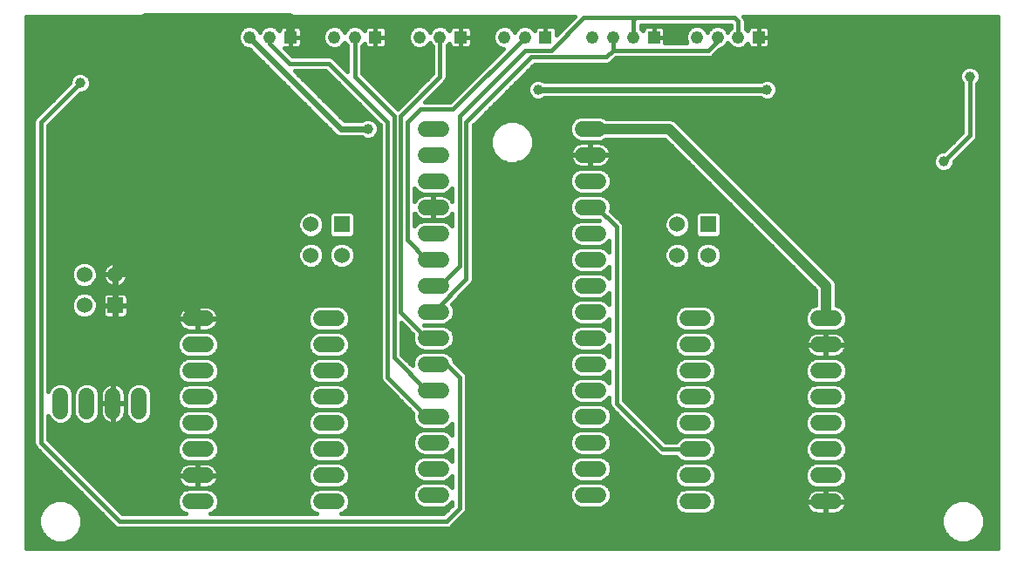
<source format=gbl>
G75*
%MOIN*%
%OFA0B0*%
%FSLAX25Y25*%
%IPPOS*%
%LPD*%
%AMOC8*
5,1,8,0,0,1.08239X$1,22.5*
%
%ADD10C,0.06000*%
%ADD11R,0.06024X0.06024*%
%ADD12C,0.06024*%
%ADD13R,0.04800X0.04800*%
%ADD14C,0.04800*%
%ADD15C,0.03200*%
%ADD16C,0.04000*%
%ADD17C,0.01600*%
%ADD18C,0.03962*%
%ADD19C,0.02400*%
D10*
X0066300Y0021800D02*
X0072300Y0021800D01*
X0072300Y0031800D02*
X0066300Y0031800D01*
X0066300Y0041800D02*
X0072300Y0041800D01*
X0072300Y0051800D02*
X0066300Y0051800D01*
X0066300Y0061800D02*
X0072300Y0061800D01*
X0072300Y0071800D02*
X0066300Y0071800D01*
X0066300Y0081800D02*
X0072300Y0081800D01*
X0072300Y0091800D02*
X0066300Y0091800D01*
X0046800Y0062300D02*
X0046800Y0056300D01*
X0036800Y0056300D02*
X0036800Y0062300D01*
X0026800Y0062300D02*
X0026800Y0056300D01*
X0016800Y0056300D02*
X0016800Y0062300D01*
X0116300Y0061800D02*
X0122300Y0061800D01*
X0122300Y0051800D02*
X0116300Y0051800D01*
X0116300Y0041800D02*
X0122300Y0041800D01*
X0122300Y0031800D02*
X0116300Y0031800D01*
X0116300Y0021800D02*
X0122300Y0021800D01*
X0156300Y0024300D02*
X0162300Y0024300D01*
X0162300Y0034300D02*
X0156300Y0034300D01*
X0156300Y0044300D02*
X0162300Y0044300D01*
X0162300Y0054300D02*
X0156300Y0054300D01*
X0156300Y0064300D02*
X0162300Y0064300D01*
X0162300Y0074300D02*
X0156300Y0074300D01*
X0156300Y0084300D02*
X0162300Y0084300D01*
X0162300Y0094300D02*
X0156300Y0094300D01*
X0156300Y0104300D02*
X0162300Y0104300D01*
X0162300Y0114300D02*
X0156300Y0114300D01*
X0156300Y0124300D02*
X0162300Y0124300D01*
X0162300Y0134300D02*
X0156300Y0134300D01*
X0156300Y0144300D02*
X0162300Y0144300D01*
X0162300Y0154300D02*
X0156300Y0154300D01*
X0156300Y0164300D02*
X0162300Y0164300D01*
X0216300Y0164300D02*
X0222300Y0164300D01*
X0222300Y0154300D02*
X0216300Y0154300D01*
X0216300Y0144300D02*
X0222300Y0144300D01*
X0222300Y0134300D02*
X0216300Y0134300D01*
X0216300Y0124300D02*
X0222300Y0124300D01*
X0222300Y0114300D02*
X0216300Y0114300D01*
X0216300Y0104300D02*
X0222300Y0104300D01*
X0222300Y0094300D02*
X0216300Y0094300D01*
X0216300Y0084300D02*
X0222300Y0084300D01*
X0222300Y0074300D02*
X0216300Y0074300D01*
X0216300Y0064300D02*
X0222300Y0064300D01*
X0222300Y0054300D02*
X0216300Y0054300D01*
X0216300Y0044300D02*
X0222300Y0044300D01*
X0222300Y0034300D02*
X0216300Y0034300D01*
X0216300Y0024300D02*
X0222300Y0024300D01*
X0256300Y0021800D02*
X0262300Y0021800D01*
X0262300Y0031800D02*
X0256300Y0031800D01*
X0256300Y0041800D02*
X0262300Y0041800D01*
X0262300Y0051800D02*
X0256300Y0051800D01*
X0256300Y0061800D02*
X0262300Y0061800D01*
X0262300Y0071800D02*
X0256300Y0071800D01*
X0256300Y0081800D02*
X0262300Y0081800D01*
X0262300Y0091800D02*
X0256300Y0091800D01*
X0306300Y0091800D02*
X0312300Y0091800D01*
X0312300Y0081800D02*
X0306300Y0081800D01*
X0306300Y0071800D02*
X0312300Y0071800D01*
X0312300Y0061800D02*
X0306300Y0061800D01*
X0306300Y0051800D02*
X0312300Y0051800D01*
X0312300Y0041800D02*
X0306300Y0041800D01*
X0306300Y0031800D02*
X0312300Y0031800D01*
X0312300Y0021800D02*
X0306300Y0021800D01*
X0122300Y0071800D02*
X0116300Y0071800D01*
X0116300Y0081800D02*
X0122300Y0081800D01*
X0122300Y0091800D02*
X0116300Y0091800D01*
D11*
X0124300Y0127706D03*
X0037706Y0096800D03*
X0264300Y0127706D03*
D12*
X0252489Y0127706D03*
X0252489Y0115894D03*
X0264300Y0115894D03*
X0124300Y0115894D03*
X0112489Y0115894D03*
X0112489Y0127706D03*
X0037706Y0108611D03*
X0025894Y0108611D03*
X0025894Y0096800D03*
D13*
X0104674Y0199300D03*
X0137174Y0199300D03*
X0169674Y0199300D03*
X0202174Y0199300D03*
X0243611Y0199300D03*
X0283611Y0199300D03*
D14*
X0275737Y0199300D03*
X0267863Y0199300D03*
X0259989Y0199300D03*
X0235737Y0199300D03*
X0227863Y0199300D03*
X0219989Y0199300D03*
X0194300Y0199300D03*
X0186426Y0199300D03*
X0161800Y0199300D03*
X0153926Y0199300D03*
X0129300Y0199300D03*
X0121426Y0199300D03*
X0096800Y0199300D03*
X0088926Y0199300D03*
D15*
X0104674Y0199300D02*
X0104674Y0206426D01*
X0104300Y0206800D01*
X0049300Y0206800D01*
X0039300Y0196800D01*
X0039300Y0110206D01*
X0037706Y0108611D01*
D16*
X0039300Y0110206D02*
X0050894Y0110206D01*
X0069300Y0091800D01*
X0219300Y0164300D02*
X0249300Y0164300D01*
X0309300Y0104300D01*
X0309300Y0091800D01*
D17*
X0003800Y0003800D02*
X0003800Y0207261D01*
X0213301Y0207261D01*
X0206374Y0200334D01*
X0206374Y0201937D01*
X0206251Y0202395D01*
X0206014Y0202805D01*
X0205679Y0203140D01*
X0205269Y0203377D01*
X0204811Y0203500D01*
X0202174Y0203500D01*
X0199537Y0203500D01*
X0199079Y0203377D01*
X0198669Y0203140D01*
X0198334Y0202805D01*
X0198097Y0202395D01*
X0197974Y0201937D01*
X0197974Y0201848D01*
X0196792Y0203030D01*
X0195175Y0203700D01*
X0193425Y0203700D01*
X0191808Y0203030D01*
X0190570Y0201792D01*
X0190363Y0201293D01*
X0190156Y0201792D01*
X0188918Y0203030D01*
X0187301Y0203700D01*
X0185551Y0203700D01*
X0183934Y0203030D01*
X0182696Y0201792D01*
X0182026Y0200175D01*
X0182026Y0198425D01*
X0182696Y0196808D01*
X0183934Y0195570D01*
X0185551Y0194900D01*
X0185940Y0194900D01*
X0165640Y0174600D01*
X0156060Y0174600D01*
X0163386Y0181926D01*
X0164174Y0182714D01*
X0164600Y0183743D01*
X0164600Y0195877D01*
X0165474Y0196751D01*
X0165474Y0196663D01*
X0165597Y0196205D01*
X0165834Y0195795D01*
X0166169Y0195460D01*
X0166579Y0195223D01*
X0167037Y0195100D01*
X0169674Y0195100D01*
X0172311Y0195100D01*
X0172769Y0195223D01*
X0173179Y0195460D01*
X0173514Y0195795D01*
X0173751Y0196205D01*
X0173874Y0196663D01*
X0173874Y0199300D01*
X0173874Y0201937D01*
X0173751Y0202395D01*
X0173514Y0202805D01*
X0173179Y0203140D01*
X0172769Y0203377D01*
X0172311Y0203500D01*
X0169674Y0203500D01*
X0167037Y0203500D01*
X0166579Y0203377D01*
X0166169Y0203140D01*
X0165834Y0202805D01*
X0165597Y0202395D01*
X0165474Y0201937D01*
X0165474Y0201848D01*
X0164292Y0203030D01*
X0162675Y0203700D01*
X0160925Y0203700D01*
X0159308Y0203030D01*
X0158070Y0201792D01*
X0157863Y0201293D01*
X0157656Y0201792D01*
X0156418Y0203030D01*
X0154801Y0203700D01*
X0153051Y0203700D01*
X0151434Y0203030D01*
X0150196Y0201792D01*
X0149526Y0200175D01*
X0149526Y0198425D01*
X0150196Y0196808D01*
X0151434Y0195570D01*
X0153051Y0194900D01*
X0154801Y0194900D01*
X0156418Y0195570D01*
X0157656Y0196808D01*
X0157863Y0197307D01*
X0158070Y0196808D01*
X0159000Y0195877D01*
X0159000Y0185460D01*
X0145550Y0172010D01*
X0132100Y0185460D01*
X0132100Y0195877D01*
X0132974Y0196751D01*
X0132974Y0196663D01*
X0133097Y0196205D01*
X0133334Y0195795D01*
X0133669Y0195460D01*
X0134079Y0195223D01*
X0134537Y0195100D01*
X0137174Y0195100D01*
X0139811Y0195100D01*
X0140269Y0195223D01*
X0140679Y0195460D01*
X0141014Y0195795D01*
X0141251Y0196205D01*
X0141374Y0196663D01*
X0141374Y0199300D01*
X0141374Y0201937D01*
X0141251Y0202395D01*
X0141014Y0202805D01*
X0140679Y0203140D01*
X0140269Y0203377D01*
X0139811Y0203500D01*
X0137174Y0203500D01*
X0134537Y0203500D01*
X0134079Y0203377D01*
X0133669Y0203140D01*
X0133334Y0202805D01*
X0133097Y0202395D01*
X0132974Y0201937D01*
X0132974Y0201848D01*
X0131792Y0203030D01*
X0130175Y0203700D01*
X0128425Y0203700D01*
X0126808Y0203030D01*
X0125570Y0201792D01*
X0125363Y0201293D01*
X0125156Y0201792D01*
X0123918Y0203030D01*
X0122301Y0203700D01*
X0120551Y0203700D01*
X0118934Y0203030D01*
X0117696Y0201792D01*
X0117026Y0200175D01*
X0117026Y0198425D01*
X0117696Y0196808D01*
X0118934Y0195570D01*
X0120551Y0194900D01*
X0122301Y0194900D01*
X0123918Y0195570D01*
X0125156Y0196808D01*
X0125363Y0197307D01*
X0125570Y0196808D01*
X0126500Y0195877D01*
X0126500Y0186060D01*
X0120886Y0191674D01*
X0119857Y0192100D01*
X0105460Y0192100D01*
X0102460Y0195100D01*
X0104674Y0195100D01*
X0107311Y0195100D01*
X0107769Y0195223D01*
X0108179Y0195460D01*
X0108514Y0195795D01*
X0108751Y0196205D01*
X0108874Y0196663D01*
X0108874Y0199300D01*
X0108874Y0201937D01*
X0108751Y0202395D01*
X0108514Y0202805D01*
X0108179Y0203140D01*
X0107769Y0203377D01*
X0107311Y0203500D01*
X0104674Y0203500D01*
X0102037Y0203500D01*
X0101579Y0203377D01*
X0101169Y0203140D01*
X0100834Y0202805D01*
X0100597Y0202395D01*
X0100474Y0201937D01*
X0100474Y0201848D01*
X0099292Y0203030D01*
X0097675Y0203700D01*
X0095925Y0203700D01*
X0094308Y0203030D01*
X0093070Y0201792D01*
X0092863Y0201293D01*
X0092656Y0201792D01*
X0091418Y0203030D01*
X0089801Y0203700D01*
X0088051Y0203700D01*
X0086434Y0203030D01*
X0085196Y0201792D01*
X0084526Y0200175D01*
X0084526Y0198425D01*
X0085196Y0196808D01*
X0086434Y0195570D01*
X0088051Y0194900D01*
X0088801Y0194900D01*
X0122113Y0161587D01*
X0123289Y0161100D01*
X0131870Y0161100D01*
X0132045Y0160925D01*
X0133508Y0160319D01*
X0135092Y0160319D01*
X0136555Y0160925D01*
X0137675Y0162045D01*
X0138281Y0163508D01*
X0138281Y0165092D01*
X0137675Y0166555D01*
X0136555Y0167675D01*
X0135092Y0168281D01*
X0133508Y0168281D01*
X0132045Y0167675D01*
X0131870Y0167500D01*
X0125251Y0167500D01*
X0106251Y0186500D01*
X0118140Y0186500D01*
X0139000Y0165640D01*
X0139000Y0068743D01*
X0139426Y0067714D01*
X0151460Y0055680D01*
X0151300Y0055295D01*
X0151300Y0053305D01*
X0152061Y0051468D01*
X0153468Y0050061D01*
X0155305Y0049300D01*
X0153468Y0048539D01*
X0152061Y0047132D01*
X0151300Y0045295D01*
X0151300Y0043305D01*
X0152061Y0041468D01*
X0153468Y0040061D01*
X0155305Y0039300D01*
X0153468Y0038539D01*
X0152061Y0037132D01*
X0151300Y0035295D01*
X0151300Y0033305D01*
X0152061Y0031468D01*
X0153468Y0030061D01*
X0155305Y0029300D01*
X0153468Y0028539D01*
X0152061Y0027132D01*
X0151300Y0025295D01*
X0151300Y0023305D01*
X0152061Y0021468D01*
X0153468Y0020061D01*
X0155305Y0019300D01*
X0163295Y0019300D01*
X0165132Y0020061D01*
X0166500Y0021429D01*
X0166500Y0020460D01*
X0163140Y0017100D01*
X0124019Y0017100D01*
X0125132Y0017561D01*
X0126539Y0018968D01*
X0127300Y0020805D01*
X0127300Y0022795D01*
X0126539Y0024632D01*
X0125132Y0026039D01*
X0123295Y0026800D01*
X0125132Y0027561D01*
X0126539Y0028968D01*
X0127300Y0030805D01*
X0127300Y0032795D01*
X0126539Y0034632D01*
X0125132Y0036039D01*
X0123295Y0036800D01*
X0125132Y0037561D01*
X0126539Y0038968D01*
X0127300Y0040805D01*
X0127300Y0042795D01*
X0126539Y0044632D01*
X0125132Y0046039D01*
X0123295Y0046800D01*
X0125132Y0047561D01*
X0126539Y0048968D01*
X0127300Y0050805D01*
X0127300Y0052795D01*
X0126539Y0054632D01*
X0125132Y0056039D01*
X0123295Y0056800D01*
X0125132Y0057561D01*
X0126539Y0058968D01*
X0127300Y0060805D01*
X0127300Y0062795D01*
X0126539Y0064632D01*
X0125132Y0066039D01*
X0123295Y0066800D01*
X0125132Y0067561D01*
X0126539Y0068968D01*
X0127300Y0070805D01*
X0127300Y0072795D01*
X0126539Y0074632D01*
X0125132Y0076039D01*
X0123295Y0076800D01*
X0125132Y0077561D01*
X0126539Y0078968D01*
X0127300Y0080805D01*
X0127300Y0082795D01*
X0126539Y0084632D01*
X0125132Y0086039D01*
X0123295Y0086800D01*
X0125132Y0087561D01*
X0126539Y0088968D01*
X0127300Y0090805D01*
X0127300Y0092795D01*
X0126539Y0094632D01*
X0125132Y0096039D01*
X0123295Y0096800D01*
X0115305Y0096800D01*
X0113468Y0096039D01*
X0112061Y0094632D01*
X0111300Y0092795D01*
X0111300Y0090805D01*
X0112061Y0088968D01*
X0113468Y0087561D01*
X0115305Y0086800D01*
X0123295Y0086800D01*
X0115305Y0086800D01*
X0113468Y0086039D01*
X0112061Y0084632D01*
X0111300Y0082795D01*
X0111300Y0080805D01*
X0112061Y0078968D01*
X0113468Y0077561D01*
X0115305Y0076800D01*
X0123295Y0076800D01*
X0115305Y0076800D01*
X0113468Y0076039D01*
X0112061Y0074632D01*
X0111300Y0072795D01*
X0111300Y0070805D01*
X0112061Y0068968D01*
X0113468Y0067561D01*
X0115305Y0066800D01*
X0123295Y0066800D01*
X0115305Y0066800D01*
X0113468Y0066039D01*
X0112061Y0064632D01*
X0111300Y0062795D01*
X0111300Y0060805D01*
X0112061Y0058968D01*
X0113468Y0057561D01*
X0115305Y0056800D01*
X0123295Y0056800D01*
X0115305Y0056800D01*
X0113468Y0056039D01*
X0112061Y0054632D01*
X0111300Y0052795D01*
X0111300Y0050805D01*
X0112061Y0048968D01*
X0113468Y0047561D01*
X0115305Y0046800D01*
X0123295Y0046800D01*
X0115305Y0046800D01*
X0113468Y0046039D01*
X0112061Y0044632D01*
X0111300Y0042795D01*
X0111300Y0040805D01*
X0112061Y0038968D01*
X0113468Y0037561D01*
X0115305Y0036800D01*
X0123295Y0036800D01*
X0115305Y0036800D01*
X0113468Y0036039D01*
X0112061Y0034632D01*
X0111300Y0032795D01*
X0111300Y0030805D01*
X0112061Y0028968D01*
X0113468Y0027561D01*
X0115305Y0026800D01*
X0123295Y0026800D01*
X0115305Y0026800D01*
X0113468Y0026039D01*
X0112061Y0024632D01*
X0111300Y0022795D01*
X0111300Y0020805D01*
X0112061Y0018968D01*
X0113468Y0017561D01*
X0114581Y0017100D01*
X0074019Y0017100D01*
X0075132Y0017561D01*
X0076539Y0018968D01*
X0077300Y0020805D01*
X0077300Y0022795D01*
X0076539Y0024632D01*
X0075132Y0026039D01*
X0073295Y0026800D01*
X0065305Y0026800D01*
X0063468Y0026039D01*
X0062061Y0024632D01*
X0061300Y0022795D01*
X0061300Y0020805D01*
X0062061Y0018968D01*
X0063468Y0017561D01*
X0064581Y0017100D01*
X0040460Y0017100D01*
X0012100Y0045460D01*
X0012100Y0054581D01*
X0012561Y0053468D01*
X0013968Y0052061D01*
X0015805Y0051300D01*
X0017795Y0051300D01*
X0019632Y0052061D01*
X0021039Y0053468D01*
X0021800Y0055305D01*
X0022561Y0053468D01*
X0023968Y0052061D01*
X0025805Y0051300D01*
X0027795Y0051300D01*
X0029632Y0052061D01*
X0031039Y0053468D01*
X0031800Y0055305D01*
X0031800Y0063295D01*
X0031039Y0065132D01*
X0029632Y0066539D01*
X0027795Y0067300D01*
X0025805Y0067300D01*
X0023968Y0066539D01*
X0022561Y0065132D01*
X0021800Y0063295D01*
X0021800Y0055305D01*
X0021800Y0063295D01*
X0021039Y0065132D01*
X0019632Y0066539D01*
X0017795Y0067300D01*
X0015805Y0067300D01*
X0013968Y0066539D01*
X0012561Y0065132D01*
X0012100Y0064019D01*
X0012100Y0165640D01*
X0024279Y0177819D01*
X0025092Y0177819D01*
X0026555Y0178425D01*
X0027675Y0179545D01*
X0028281Y0181008D01*
X0028281Y0182592D01*
X0027675Y0184055D01*
X0026555Y0185175D01*
X0025092Y0185781D01*
X0023508Y0185781D01*
X0022045Y0185175D01*
X0020925Y0184055D01*
X0020319Y0182592D01*
X0020319Y0181779D01*
X0006926Y0168386D01*
X0006500Y0167357D01*
X0006500Y0043743D01*
X0006926Y0042714D01*
X0007714Y0041926D01*
X0037714Y0011926D01*
X0038743Y0011500D01*
X0164857Y0011500D01*
X0165886Y0011926D01*
X0166674Y0012714D01*
X0171674Y0017714D01*
X0172100Y0018743D01*
X0172100Y0069857D01*
X0171674Y0070886D01*
X0170886Y0071674D01*
X0167300Y0075260D01*
X0167300Y0075295D01*
X0166539Y0077132D01*
X0165132Y0078539D01*
X0163295Y0079300D01*
X0165132Y0080061D01*
X0166539Y0081468D01*
X0167300Y0083305D01*
X0167300Y0085295D01*
X0166539Y0087132D01*
X0165132Y0088539D01*
X0163295Y0089300D01*
X0165132Y0090061D01*
X0166539Y0091468D01*
X0167300Y0093305D01*
X0167300Y0095295D01*
X0166539Y0097132D01*
X0166315Y0097356D01*
X0173386Y0104426D01*
X0174174Y0105214D01*
X0174600Y0106243D01*
X0174600Y0165640D01*
X0197960Y0189000D01*
X0225920Y0189000D01*
X0226949Y0189426D01*
X0229023Y0191500D01*
X0264857Y0191500D01*
X0265886Y0191926D01*
X0266674Y0192714D01*
X0268946Y0194986D01*
X0270355Y0195570D01*
X0271593Y0196808D01*
X0271800Y0197307D01*
X0272007Y0196808D01*
X0273245Y0195570D01*
X0274862Y0194900D01*
X0276612Y0194900D01*
X0278229Y0195570D01*
X0279411Y0196751D01*
X0279411Y0196663D01*
X0279534Y0196205D01*
X0279771Y0195795D01*
X0280106Y0195460D01*
X0280516Y0195223D01*
X0280974Y0195100D01*
X0283611Y0195100D01*
X0283611Y0199300D01*
X0283611Y0203500D01*
X0280974Y0203500D01*
X0280516Y0203377D01*
X0280106Y0203140D01*
X0279771Y0202805D01*
X0279534Y0202395D01*
X0279411Y0201937D01*
X0279411Y0201848D01*
X0278537Y0202723D01*
X0278537Y0205920D01*
X0278111Y0206949D01*
X0277799Y0207261D01*
X0375001Y0207261D01*
X0375001Y0003800D01*
X0003800Y0003800D01*
X0003800Y0004300D02*
X0375001Y0004300D01*
X0375001Y0005899D02*
X0003800Y0005899D01*
X0003800Y0007497D02*
X0011866Y0007497D01*
X0012099Y0007264D02*
X0015149Y0006001D01*
X0018451Y0006001D01*
X0021501Y0007264D01*
X0023836Y0009599D01*
X0025099Y0012649D01*
X0025099Y0015951D01*
X0023836Y0019001D01*
X0021501Y0021336D01*
X0018451Y0022599D01*
X0015149Y0022599D01*
X0012099Y0021336D01*
X0009764Y0019001D01*
X0008501Y0015951D01*
X0008501Y0012649D01*
X0009764Y0009599D01*
X0012099Y0007264D01*
X0010268Y0009096D02*
X0003800Y0009096D01*
X0003800Y0010694D02*
X0009311Y0010694D01*
X0008648Y0012293D02*
X0003800Y0012293D01*
X0003800Y0013891D02*
X0008501Y0013891D01*
X0008501Y0015490D02*
X0003800Y0015490D01*
X0003800Y0017088D02*
X0008972Y0017088D01*
X0009634Y0018687D02*
X0003800Y0018687D01*
X0003800Y0020285D02*
X0011048Y0020285D01*
X0013422Y0021884D02*
X0003800Y0021884D01*
X0003800Y0023482D02*
X0026158Y0023482D01*
X0027757Y0021884D02*
X0020178Y0021884D01*
X0022552Y0020285D02*
X0029355Y0020285D01*
X0030954Y0018687D02*
X0023966Y0018687D01*
X0024628Y0017088D02*
X0032552Y0017088D01*
X0034151Y0015490D02*
X0025099Y0015490D01*
X0025099Y0013891D02*
X0035749Y0013891D01*
X0037348Y0012293D02*
X0024951Y0012293D01*
X0024289Y0010694D02*
X0354311Y0010694D01*
X0354764Y0009599D02*
X0357099Y0007264D01*
X0360149Y0006001D01*
X0363451Y0006001D01*
X0366501Y0007264D01*
X0368836Y0009599D01*
X0370099Y0012649D01*
X0370099Y0015951D01*
X0368836Y0019001D01*
X0366501Y0021336D01*
X0363451Y0022599D01*
X0360149Y0022599D01*
X0357099Y0021336D01*
X0354764Y0019001D01*
X0353501Y0015951D01*
X0353501Y0012649D01*
X0354764Y0009599D01*
X0355268Y0009096D02*
X0023332Y0009096D01*
X0021734Y0007497D02*
X0356866Y0007497D01*
X0353648Y0012293D02*
X0166252Y0012293D01*
X0167851Y0013891D02*
X0353501Y0013891D01*
X0353501Y0015490D02*
X0169449Y0015490D01*
X0171048Y0017088D02*
X0254610Y0017088D01*
X0255305Y0016800D02*
X0263295Y0016800D01*
X0265132Y0017561D01*
X0266539Y0018968D01*
X0267300Y0020805D01*
X0267300Y0022795D01*
X0266539Y0024632D01*
X0265132Y0026039D01*
X0263295Y0026800D01*
X0255305Y0026800D01*
X0253468Y0026039D01*
X0252061Y0024632D01*
X0251300Y0022795D01*
X0251300Y0020805D01*
X0252061Y0018968D01*
X0253468Y0017561D01*
X0255305Y0016800D01*
X0252342Y0018687D02*
X0172077Y0018687D01*
X0172100Y0020285D02*
X0213244Y0020285D01*
X0213468Y0020061D02*
X0215305Y0019300D01*
X0223295Y0019300D01*
X0225132Y0020061D01*
X0226539Y0021468D01*
X0227300Y0023305D01*
X0227300Y0025295D01*
X0226539Y0027132D01*
X0225132Y0028539D01*
X0223295Y0029300D01*
X0225132Y0030061D01*
X0226539Y0031468D01*
X0227300Y0033305D01*
X0227300Y0035295D01*
X0226539Y0037132D01*
X0225132Y0038539D01*
X0223295Y0039300D01*
X0225132Y0040061D01*
X0226539Y0041468D01*
X0227300Y0043305D01*
X0227300Y0045295D01*
X0226539Y0047132D01*
X0225132Y0048539D01*
X0223295Y0049300D01*
X0225132Y0050061D01*
X0226539Y0051468D01*
X0227300Y0053305D01*
X0227300Y0055295D01*
X0226539Y0057132D01*
X0225132Y0058539D01*
X0223295Y0059300D01*
X0225132Y0060061D01*
X0226500Y0061429D01*
X0226500Y0058743D01*
X0226926Y0057714D01*
X0227714Y0056926D01*
X0245214Y0039426D01*
X0246243Y0039000D01*
X0252048Y0039000D01*
X0252061Y0038968D01*
X0253468Y0037561D01*
X0255305Y0036800D01*
X0253468Y0036039D01*
X0252061Y0034632D01*
X0251300Y0032795D01*
X0251300Y0030805D01*
X0252061Y0028968D01*
X0253468Y0027561D01*
X0255305Y0026800D01*
X0263295Y0026800D01*
X0265132Y0027561D01*
X0266539Y0028968D01*
X0267300Y0030805D01*
X0267300Y0032795D01*
X0266539Y0034632D01*
X0265132Y0036039D01*
X0263295Y0036800D01*
X0255305Y0036800D01*
X0263295Y0036800D01*
X0265132Y0037561D01*
X0266539Y0038968D01*
X0267300Y0040805D01*
X0267300Y0042795D01*
X0266539Y0044632D01*
X0265132Y0046039D01*
X0263295Y0046800D01*
X0265132Y0047561D01*
X0266539Y0048968D01*
X0267300Y0050805D01*
X0267300Y0052795D01*
X0266539Y0054632D01*
X0265132Y0056039D01*
X0263295Y0056800D01*
X0255305Y0056800D01*
X0253468Y0056039D01*
X0252061Y0054632D01*
X0251300Y0052795D01*
X0251300Y0050805D01*
X0252061Y0048968D01*
X0253468Y0047561D01*
X0255305Y0046800D01*
X0263295Y0046800D01*
X0255305Y0046800D01*
X0253468Y0046039D01*
X0252061Y0044632D01*
X0252048Y0044600D01*
X0247960Y0044600D01*
X0232100Y0060460D01*
X0232100Y0127357D01*
X0231674Y0128386D01*
X0227140Y0132920D01*
X0227300Y0133305D01*
X0227300Y0135295D01*
X0226539Y0137132D01*
X0225132Y0138539D01*
X0223295Y0139300D01*
X0225132Y0140061D01*
X0226539Y0141468D01*
X0227300Y0143305D01*
X0227300Y0145295D01*
X0226539Y0147132D01*
X0225132Y0148539D01*
X0223295Y0149300D01*
X0215305Y0149300D01*
X0213468Y0148539D01*
X0212061Y0147132D01*
X0211300Y0145295D01*
X0211300Y0143305D01*
X0212061Y0141468D01*
X0213468Y0140061D01*
X0215305Y0139300D01*
X0223295Y0139300D01*
X0215305Y0139300D01*
X0213468Y0138539D01*
X0212061Y0137132D01*
X0211300Y0135295D01*
X0211300Y0133305D01*
X0212061Y0131468D01*
X0213468Y0130061D01*
X0215305Y0129300D01*
X0213468Y0128539D01*
X0212061Y0127132D01*
X0211300Y0125295D01*
X0211300Y0123305D01*
X0212061Y0121468D01*
X0213468Y0120061D01*
X0215305Y0119300D01*
X0213468Y0118539D01*
X0212061Y0117132D01*
X0211300Y0115295D01*
X0211300Y0113305D01*
X0212061Y0111468D01*
X0213468Y0110061D01*
X0215305Y0109300D01*
X0213468Y0108539D01*
X0212061Y0107132D01*
X0211300Y0105295D01*
X0211300Y0103305D01*
X0212061Y0101468D01*
X0213468Y0100061D01*
X0215305Y0099300D01*
X0213468Y0098539D01*
X0212061Y0097132D01*
X0211300Y0095295D01*
X0211300Y0093305D01*
X0212061Y0091468D01*
X0213468Y0090061D01*
X0215305Y0089300D01*
X0213468Y0088539D01*
X0212061Y0087132D01*
X0211300Y0085295D01*
X0211300Y0083305D01*
X0212061Y0081468D01*
X0213468Y0080061D01*
X0215305Y0079300D01*
X0213468Y0078539D01*
X0212061Y0077132D01*
X0211300Y0075295D01*
X0211300Y0073305D01*
X0212061Y0071468D01*
X0213468Y0070061D01*
X0215305Y0069300D01*
X0213468Y0068539D01*
X0212061Y0067132D01*
X0211300Y0065295D01*
X0211300Y0063305D01*
X0212061Y0061468D01*
X0213468Y0060061D01*
X0215305Y0059300D01*
X0223295Y0059300D01*
X0215305Y0059300D01*
X0213468Y0058539D01*
X0212061Y0057132D01*
X0211300Y0055295D01*
X0211300Y0053305D01*
X0212061Y0051468D01*
X0213468Y0050061D01*
X0215305Y0049300D01*
X0223295Y0049300D01*
X0215305Y0049300D01*
X0213468Y0048539D01*
X0212061Y0047132D01*
X0211300Y0045295D01*
X0211300Y0043305D01*
X0212061Y0041468D01*
X0213468Y0040061D01*
X0215305Y0039300D01*
X0223295Y0039300D01*
X0215305Y0039300D01*
X0213468Y0038539D01*
X0212061Y0037132D01*
X0211300Y0035295D01*
X0211300Y0033305D01*
X0212061Y0031468D01*
X0213468Y0030061D01*
X0215305Y0029300D01*
X0223295Y0029300D01*
X0215305Y0029300D01*
X0213468Y0028539D01*
X0212061Y0027132D01*
X0211300Y0025295D01*
X0211300Y0023305D01*
X0212061Y0021468D01*
X0213468Y0020061D01*
X0211889Y0021884D02*
X0172100Y0021884D01*
X0172100Y0023482D02*
X0211300Y0023482D01*
X0211300Y0025081D02*
X0172100Y0025081D01*
X0172100Y0026679D02*
X0211874Y0026679D01*
X0213207Y0028278D02*
X0172100Y0028278D01*
X0172100Y0029876D02*
X0213914Y0029876D01*
X0212058Y0031475D02*
X0172100Y0031475D01*
X0172100Y0033073D02*
X0211396Y0033073D01*
X0211300Y0034672D02*
X0172100Y0034672D01*
X0172100Y0036270D02*
X0211704Y0036270D01*
X0212798Y0037869D02*
X0172100Y0037869D01*
X0172100Y0039467D02*
X0214902Y0039467D01*
X0212463Y0041066D02*
X0172100Y0041066D01*
X0172100Y0042664D02*
X0211566Y0042664D01*
X0211300Y0044263D02*
X0172100Y0044263D01*
X0172100Y0045861D02*
X0211535Y0045861D01*
X0212389Y0047460D02*
X0172100Y0047460D01*
X0172100Y0049058D02*
X0214722Y0049058D01*
X0212872Y0050657D02*
X0172100Y0050657D01*
X0172100Y0052255D02*
X0211735Y0052255D01*
X0211300Y0053854D02*
X0172100Y0053854D01*
X0172100Y0055452D02*
X0211365Y0055452D01*
X0212027Y0057051D02*
X0172100Y0057051D01*
X0172100Y0058649D02*
X0213735Y0058649D01*
X0213281Y0060248D02*
X0172100Y0060248D01*
X0172100Y0061846D02*
X0211904Y0061846D01*
X0211300Y0063445D02*
X0172100Y0063445D01*
X0172100Y0065043D02*
X0211300Y0065043D01*
X0211858Y0066642D02*
X0172100Y0066642D01*
X0172100Y0068240D02*
X0213169Y0068240D01*
X0214004Y0069839D02*
X0172100Y0069839D01*
X0171122Y0071437D02*
X0212091Y0071437D01*
X0211412Y0073036D02*
X0169524Y0073036D01*
X0167925Y0074634D02*
X0211300Y0074634D01*
X0211689Y0076233D02*
X0166911Y0076233D01*
X0165840Y0077832D02*
X0212760Y0077832D01*
X0214991Y0079430D02*
X0163608Y0079430D01*
X0163295Y0079300D02*
X0155305Y0079300D01*
X0153468Y0080061D01*
X0152061Y0081468D01*
X0151300Y0083305D01*
X0151300Y0085295D01*
X0151460Y0085680D01*
X0147100Y0090040D01*
X0147100Y0077960D01*
X0151300Y0073760D01*
X0151300Y0075295D01*
X0152061Y0077132D01*
X0153468Y0078539D01*
X0155305Y0079300D01*
X0163295Y0079300D01*
X0166100Y0081029D02*
X0212500Y0081029D01*
X0211581Y0082627D02*
X0167019Y0082627D01*
X0167300Y0084226D02*
X0211300Y0084226D01*
X0211519Y0085824D02*
X0167081Y0085824D01*
X0166248Y0087423D02*
X0212352Y0087423D01*
X0214632Y0089021D02*
X0163968Y0089021D01*
X0163295Y0089300D02*
X0155760Y0089300D01*
X0155760Y0089300D01*
X0163295Y0089300D01*
X0165691Y0090620D02*
X0212909Y0090620D01*
X0211750Y0092218D02*
X0166850Y0092218D01*
X0167300Y0093817D02*
X0211300Y0093817D01*
X0211350Y0095415D02*
X0167250Y0095415D01*
X0166588Y0097014D02*
X0212012Y0097014D01*
X0213645Y0098612D02*
X0167572Y0098612D01*
X0169170Y0100211D02*
X0213318Y0100211D01*
X0211920Y0101809D02*
X0170769Y0101809D01*
X0172367Y0103408D02*
X0211300Y0103408D01*
X0211300Y0105006D02*
X0173966Y0105006D01*
X0174600Y0106605D02*
X0211843Y0106605D01*
X0213132Y0108203D02*
X0174600Y0108203D01*
X0174600Y0109802D02*
X0214094Y0109802D01*
X0215305Y0109300D02*
X0223295Y0109300D01*
X0225132Y0108539D01*
X0226500Y0107171D01*
X0226500Y0111429D01*
X0225132Y0110061D01*
X0223295Y0109300D01*
X0215305Y0109300D01*
X0212129Y0111400D02*
X0174600Y0111400D01*
X0174600Y0112999D02*
X0211427Y0112999D01*
X0211300Y0114597D02*
X0174600Y0114597D01*
X0174600Y0116196D02*
X0211673Y0116196D01*
X0212723Y0117794D02*
X0174600Y0117794D01*
X0174600Y0119393D02*
X0215081Y0119393D01*
X0215305Y0119300D02*
X0223295Y0119300D01*
X0225132Y0118539D01*
X0226500Y0117171D01*
X0226500Y0121429D01*
X0225132Y0120061D01*
X0223295Y0119300D01*
X0215305Y0119300D01*
X0212538Y0120991D02*
X0174600Y0120991D01*
X0174600Y0122590D02*
X0211596Y0122590D01*
X0211300Y0124188D02*
X0174600Y0124188D01*
X0174600Y0125787D02*
X0211504Y0125787D01*
X0212314Y0127385D02*
X0174600Y0127385D01*
X0174600Y0128984D02*
X0214542Y0128984D01*
X0215305Y0129300D02*
X0222840Y0129300D01*
X0222840Y0129300D01*
X0215305Y0129300D01*
X0212947Y0130582D02*
X0174600Y0130582D01*
X0174600Y0132181D02*
X0211766Y0132181D01*
X0211300Y0133779D02*
X0174600Y0133779D01*
X0174600Y0135378D02*
X0211335Y0135378D01*
X0211997Y0136976D02*
X0174600Y0136976D01*
X0174600Y0138575D02*
X0213555Y0138575D01*
X0213355Y0140173D02*
X0174600Y0140173D01*
X0174600Y0141772D02*
X0211935Y0141772D01*
X0211300Y0143370D02*
X0174600Y0143370D01*
X0174600Y0144969D02*
X0211300Y0144969D01*
X0211827Y0146568D02*
X0174600Y0146568D01*
X0174600Y0148166D02*
X0213095Y0148166D01*
X0213784Y0150195D02*
X0214457Y0149852D01*
X0215176Y0149618D01*
X0215922Y0149500D01*
X0219100Y0149500D01*
X0219100Y0154100D01*
X0219500Y0154100D01*
X0219500Y0154500D01*
X0219100Y0154500D01*
X0219100Y0159100D01*
X0215922Y0159100D01*
X0215176Y0158982D01*
X0214457Y0158748D01*
X0213784Y0158405D01*
X0213173Y0157961D01*
X0212639Y0157427D01*
X0212195Y0156816D01*
X0211852Y0156143D01*
X0211618Y0155424D01*
X0211500Y0154678D01*
X0211500Y0154500D01*
X0219100Y0154500D01*
X0219100Y0154100D01*
X0211500Y0154100D01*
X0211500Y0153922D01*
X0211618Y0153176D01*
X0211852Y0152457D01*
X0212195Y0151784D01*
X0212639Y0151173D01*
X0213173Y0150639D01*
X0213784Y0150195D01*
X0214726Y0149765D02*
X0174600Y0149765D01*
X0174600Y0151363D02*
X0186775Y0151363D01*
X0187649Y0151001D02*
X0190951Y0151001D01*
X0194001Y0152264D01*
X0196336Y0154599D01*
X0197599Y0157649D01*
X0197599Y0160951D01*
X0196336Y0164001D01*
X0194001Y0166336D01*
X0190951Y0167599D01*
X0187649Y0167599D01*
X0184599Y0166336D01*
X0182264Y0164001D01*
X0181001Y0160951D01*
X0181001Y0157649D01*
X0182264Y0154599D01*
X0184599Y0152264D01*
X0187649Y0151001D01*
X0191825Y0151363D02*
X0212501Y0151363D01*
X0211688Y0152962D02*
X0194698Y0152962D01*
X0196297Y0154560D02*
X0211500Y0154560D01*
X0211860Y0156159D02*
X0196982Y0156159D01*
X0197599Y0157757D02*
X0212969Y0157757D01*
X0213468Y0160061D02*
X0215305Y0159300D01*
X0223295Y0159300D01*
X0225132Y0160061D01*
X0225371Y0160300D01*
X0247643Y0160300D01*
X0305300Y0102643D01*
X0305300Y0096798D01*
X0303468Y0096039D01*
X0302061Y0094632D01*
X0301300Y0092795D01*
X0301300Y0090805D01*
X0302061Y0088968D01*
X0303468Y0087561D01*
X0305305Y0086800D01*
X0313295Y0086800D01*
X0315132Y0087561D01*
X0316539Y0088968D01*
X0317300Y0090805D01*
X0317300Y0092795D01*
X0316539Y0094632D01*
X0315132Y0096039D01*
X0313300Y0096798D01*
X0313300Y0105096D01*
X0312691Y0106566D01*
X0311566Y0107691D01*
X0251566Y0167691D01*
X0250096Y0168300D01*
X0225371Y0168300D01*
X0225132Y0168539D01*
X0223295Y0169300D01*
X0215305Y0169300D01*
X0213468Y0168539D01*
X0212061Y0167132D01*
X0211300Y0165295D01*
X0211300Y0163305D01*
X0212061Y0161468D01*
X0213468Y0160061D01*
X0212575Y0160954D02*
X0197598Y0160954D01*
X0197599Y0159356D02*
X0215171Y0159356D01*
X0219100Y0157757D02*
X0219500Y0157757D01*
X0219500Y0159100D02*
X0219500Y0154500D01*
X0227100Y0154500D01*
X0227100Y0154678D01*
X0226982Y0155424D01*
X0226748Y0156143D01*
X0226405Y0156816D01*
X0225961Y0157427D01*
X0225427Y0157961D01*
X0224816Y0158405D01*
X0224143Y0158748D01*
X0223424Y0158982D01*
X0222678Y0159100D01*
X0219500Y0159100D01*
X0219500Y0156159D02*
X0219100Y0156159D01*
X0219100Y0154560D02*
X0219500Y0154560D01*
X0219500Y0154100D02*
X0227100Y0154100D01*
X0227100Y0153922D01*
X0226982Y0153176D01*
X0226748Y0152457D01*
X0226405Y0151784D01*
X0225961Y0151173D01*
X0225427Y0150639D01*
X0224816Y0150195D01*
X0224143Y0149852D01*
X0223424Y0149618D01*
X0222678Y0149500D01*
X0219500Y0149500D01*
X0219500Y0154100D01*
X0219500Y0152962D02*
X0219100Y0152962D01*
X0219100Y0151363D02*
X0219500Y0151363D01*
X0219500Y0149765D02*
X0219100Y0149765D01*
X0223874Y0149765D02*
X0258179Y0149765D01*
X0256580Y0151363D02*
X0226099Y0151363D01*
X0226912Y0152962D02*
X0254982Y0152962D01*
X0253383Y0154560D02*
X0227100Y0154560D01*
X0226740Y0156159D02*
X0251785Y0156159D01*
X0250186Y0157757D02*
X0225631Y0157757D01*
X0223429Y0159356D02*
X0248588Y0159356D01*
X0255106Y0164151D02*
X0361500Y0164151D01*
X0361500Y0162960D02*
X0354321Y0155781D01*
X0353508Y0155781D01*
X0352045Y0155175D01*
X0350925Y0154055D01*
X0350319Y0152592D01*
X0350319Y0151008D01*
X0350925Y0149545D01*
X0352045Y0148425D01*
X0353508Y0147819D01*
X0355092Y0147819D01*
X0356555Y0148425D01*
X0357675Y0149545D01*
X0358281Y0151008D01*
X0358281Y0151821D01*
X0366674Y0160214D01*
X0367100Y0161243D01*
X0367100Y0181470D01*
X0367675Y0182045D01*
X0368281Y0183508D01*
X0368281Y0185092D01*
X0367675Y0186555D01*
X0366555Y0187675D01*
X0365092Y0188281D01*
X0363508Y0188281D01*
X0362045Y0187675D01*
X0360925Y0186555D01*
X0360319Y0185092D01*
X0360319Y0183508D01*
X0360925Y0182045D01*
X0361500Y0181470D01*
X0361500Y0162960D01*
X0361093Y0162553D02*
X0256704Y0162553D01*
X0258303Y0160954D02*
X0359494Y0160954D01*
X0357896Y0159356D02*
X0259901Y0159356D01*
X0261500Y0157757D02*
X0356297Y0157757D01*
X0354699Y0156159D02*
X0263098Y0156159D01*
X0264697Y0154560D02*
X0351430Y0154560D01*
X0350472Y0152962D02*
X0266295Y0152962D01*
X0267894Y0151363D02*
X0350319Y0151363D01*
X0350834Y0149765D02*
X0269492Y0149765D01*
X0271091Y0148166D02*
X0352670Y0148166D01*
X0355930Y0148166D02*
X0375001Y0148166D01*
X0375001Y0146568D02*
X0272689Y0146568D01*
X0274288Y0144969D02*
X0375001Y0144969D01*
X0375001Y0143370D02*
X0275886Y0143370D01*
X0277485Y0141772D02*
X0375001Y0141772D01*
X0375001Y0140173D02*
X0279083Y0140173D01*
X0280682Y0138575D02*
X0375001Y0138575D01*
X0375001Y0136976D02*
X0282280Y0136976D01*
X0283879Y0135378D02*
X0375001Y0135378D01*
X0375001Y0133779D02*
X0285477Y0133779D01*
X0287076Y0132181D02*
X0375001Y0132181D01*
X0375001Y0130582D02*
X0288674Y0130582D01*
X0290273Y0128984D02*
X0375001Y0128984D01*
X0375001Y0127385D02*
X0291871Y0127385D01*
X0293470Y0125787D02*
X0375001Y0125787D01*
X0375001Y0124188D02*
X0295068Y0124188D01*
X0296667Y0122590D02*
X0375001Y0122590D01*
X0375001Y0120991D02*
X0298266Y0120991D01*
X0299864Y0119393D02*
X0375001Y0119393D01*
X0375001Y0117794D02*
X0301463Y0117794D01*
X0303061Y0116196D02*
X0375001Y0116196D01*
X0375001Y0114597D02*
X0304660Y0114597D01*
X0306258Y0112999D02*
X0375001Y0112999D01*
X0375001Y0111400D02*
X0307857Y0111400D01*
X0309455Y0109802D02*
X0375001Y0109802D01*
X0375001Y0108203D02*
X0311054Y0108203D01*
X0312652Y0106605D02*
X0375001Y0106605D01*
X0375001Y0105006D02*
X0313300Y0105006D01*
X0313300Y0103408D02*
X0375001Y0103408D01*
X0375001Y0101809D02*
X0313300Y0101809D01*
X0313300Y0100211D02*
X0375001Y0100211D01*
X0375001Y0098612D02*
X0313300Y0098612D01*
X0313300Y0097014D02*
X0375001Y0097014D01*
X0375001Y0095415D02*
X0315756Y0095415D01*
X0316877Y0093817D02*
X0375001Y0093817D01*
X0375001Y0092218D02*
X0317300Y0092218D01*
X0317223Y0090620D02*
X0375001Y0090620D01*
X0375001Y0089021D02*
X0316561Y0089021D01*
X0314798Y0087423D02*
X0375001Y0087423D01*
X0375001Y0085824D02*
X0314928Y0085824D01*
X0314816Y0085905D02*
X0314143Y0086248D01*
X0313424Y0086482D01*
X0312678Y0086600D01*
X0309500Y0086600D01*
X0309500Y0082000D01*
X0309100Y0082000D01*
X0309100Y0086600D01*
X0305922Y0086600D01*
X0305176Y0086482D01*
X0304457Y0086248D01*
X0303784Y0085905D01*
X0303173Y0085461D01*
X0302639Y0084927D01*
X0302195Y0084316D01*
X0301852Y0083643D01*
X0301618Y0082924D01*
X0301500Y0082178D01*
X0301500Y0082000D01*
X0309100Y0082000D01*
X0309100Y0081600D01*
X0309500Y0081600D01*
X0309500Y0082000D01*
X0317100Y0082000D01*
X0317100Y0082178D01*
X0316982Y0082924D01*
X0316748Y0083643D01*
X0316405Y0084316D01*
X0315961Y0084927D01*
X0315427Y0085461D01*
X0314816Y0085905D01*
X0316451Y0084226D02*
X0375001Y0084226D01*
X0375001Y0082627D02*
X0317029Y0082627D01*
X0317100Y0081600D02*
X0309500Y0081600D01*
X0309500Y0077000D01*
X0312678Y0077000D01*
X0313424Y0077118D01*
X0314143Y0077352D01*
X0314816Y0077695D01*
X0315427Y0078139D01*
X0315961Y0078673D01*
X0316405Y0079284D01*
X0316748Y0079957D01*
X0316982Y0080676D01*
X0317100Y0081422D01*
X0317100Y0081600D01*
X0317038Y0081029D02*
X0375001Y0081029D01*
X0375001Y0079430D02*
X0316480Y0079430D01*
X0315004Y0077832D02*
X0375001Y0077832D01*
X0375001Y0076233D02*
X0314663Y0076233D01*
X0315132Y0076039D02*
X0313295Y0076800D01*
X0305305Y0076800D01*
X0303468Y0076039D01*
X0302061Y0074632D01*
X0301300Y0072795D01*
X0301300Y0070805D01*
X0302061Y0068968D01*
X0303468Y0067561D01*
X0305305Y0066800D01*
X0303468Y0066039D01*
X0302061Y0064632D01*
X0301300Y0062795D01*
X0301300Y0060805D01*
X0302061Y0058968D01*
X0303468Y0057561D01*
X0305305Y0056800D01*
X0303468Y0056039D01*
X0302061Y0054632D01*
X0301300Y0052795D01*
X0301300Y0050805D01*
X0302061Y0048968D01*
X0303468Y0047561D01*
X0305305Y0046800D01*
X0303468Y0046039D01*
X0302061Y0044632D01*
X0301300Y0042795D01*
X0301300Y0040805D01*
X0302061Y0038968D01*
X0303468Y0037561D01*
X0305305Y0036800D01*
X0303468Y0036039D01*
X0302061Y0034632D01*
X0301300Y0032795D01*
X0301300Y0030805D01*
X0302061Y0028968D01*
X0303468Y0027561D01*
X0305305Y0026800D01*
X0313295Y0026800D01*
X0315132Y0027561D01*
X0316539Y0028968D01*
X0317300Y0030805D01*
X0317300Y0032795D01*
X0316539Y0034632D01*
X0315132Y0036039D01*
X0313295Y0036800D01*
X0305305Y0036800D01*
X0313295Y0036800D01*
X0315132Y0037561D01*
X0316539Y0038968D01*
X0317300Y0040805D01*
X0317300Y0042795D01*
X0316539Y0044632D01*
X0315132Y0046039D01*
X0313295Y0046800D01*
X0305305Y0046800D01*
X0313295Y0046800D01*
X0315132Y0047561D01*
X0316539Y0048968D01*
X0317300Y0050805D01*
X0317300Y0052795D01*
X0316539Y0054632D01*
X0315132Y0056039D01*
X0313295Y0056800D01*
X0305305Y0056800D01*
X0313295Y0056800D01*
X0315132Y0057561D01*
X0316539Y0058968D01*
X0317300Y0060805D01*
X0317300Y0062795D01*
X0316539Y0064632D01*
X0315132Y0066039D01*
X0313295Y0066800D01*
X0305305Y0066800D01*
X0313295Y0066800D01*
X0315132Y0067561D01*
X0316539Y0068968D01*
X0317300Y0070805D01*
X0317300Y0072795D01*
X0316539Y0074632D01*
X0315132Y0076039D01*
X0316537Y0074634D02*
X0375001Y0074634D01*
X0375001Y0073036D02*
X0317200Y0073036D01*
X0317300Y0071437D02*
X0375001Y0071437D01*
X0375001Y0069839D02*
X0316900Y0069839D01*
X0315812Y0068240D02*
X0375001Y0068240D01*
X0375001Y0066642D02*
X0313676Y0066642D01*
X0316128Y0065043D02*
X0375001Y0065043D01*
X0375001Y0063445D02*
X0317031Y0063445D01*
X0317300Y0061846D02*
X0375001Y0061846D01*
X0375001Y0060248D02*
X0317069Y0060248D01*
X0316220Y0058649D02*
X0375001Y0058649D01*
X0375001Y0057051D02*
X0313900Y0057051D01*
X0315719Y0055452D02*
X0375001Y0055452D01*
X0375001Y0053854D02*
X0316861Y0053854D01*
X0317300Y0052255D02*
X0375001Y0052255D01*
X0375001Y0050657D02*
X0317238Y0050657D01*
X0316576Y0049058D02*
X0375001Y0049058D01*
X0375001Y0047460D02*
X0314887Y0047460D01*
X0315310Y0045861D02*
X0375001Y0045861D01*
X0375001Y0044263D02*
X0316692Y0044263D01*
X0317300Y0042664D02*
X0375001Y0042664D01*
X0375001Y0041066D02*
X0317300Y0041066D01*
X0316746Y0039467D02*
X0375001Y0039467D01*
X0375001Y0037869D02*
X0315440Y0037869D01*
X0314574Y0036270D02*
X0375001Y0036270D01*
X0375001Y0034672D02*
X0316499Y0034672D01*
X0317185Y0033073D02*
X0375001Y0033073D01*
X0375001Y0031475D02*
X0317300Y0031475D01*
X0316915Y0029876D02*
X0375001Y0029876D01*
X0375001Y0028278D02*
X0315849Y0028278D01*
X0314816Y0025905D02*
X0314143Y0026248D01*
X0313424Y0026482D01*
X0312678Y0026600D01*
X0309500Y0026600D01*
X0309500Y0022000D01*
X0309100Y0022000D01*
X0309100Y0026600D01*
X0305922Y0026600D01*
X0305176Y0026482D01*
X0304457Y0026248D01*
X0303784Y0025905D01*
X0303173Y0025461D01*
X0302639Y0024927D01*
X0302195Y0024316D01*
X0301852Y0023643D01*
X0301618Y0022924D01*
X0301500Y0022178D01*
X0301500Y0022000D01*
X0309100Y0022000D01*
X0309100Y0021600D01*
X0309500Y0021600D01*
X0309500Y0022000D01*
X0317100Y0022000D01*
X0317100Y0022178D01*
X0316982Y0022924D01*
X0316748Y0023643D01*
X0316405Y0024316D01*
X0315961Y0024927D01*
X0315427Y0025461D01*
X0314816Y0025905D01*
X0315808Y0025081D02*
X0375001Y0025081D01*
X0375001Y0026679D02*
X0263586Y0026679D01*
X0265849Y0028278D02*
X0302751Y0028278D01*
X0301685Y0029876D02*
X0266915Y0029876D01*
X0267300Y0031475D02*
X0301300Y0031475D01*
X0301415Y0033073D02*
X0267185Y0033073D01*
X0266499Y0034672D02*
X0302101Y0034672D01*
X0304026Y0036270D02*
X0264574Y0036270D01*
X0265440Y0037869D02*
X0303160Y0037869D01*
X0301854Y0039467D02*
X0266746Y0039467D01*
X0267300Y0041066D02*
X0301300Y0041066D01*
X0301300Y0042664D02*
X0267300Y0042664D01*
X0266692Y0044263D02*
X0301908Y0044263D01*
X0303290Y0045861D02*
X0265310Y0045861D01*
X0264887Y0047460D02*
X0303713Y0047460D01*
X0302024Y0049058D02*
X0266576Y0049058D01*
X0267238Y0050657D02*
X0301362Y0050657D01*
X0301300Y0052255D02*
X0267300Y0052255D01*
X0266861Y0053854D02*
X0301739Y0053854D01*
X0302881Y0055452D02*
X0265719Y0055452D01*
X0265132Y0057561D02*
X0263295Y0056800D01*
X0255305Y0056800D01*
X0253468Y0057561D01*
X0252061Y0058968D01*
X0251300Y0060805D01*
X0251300Y0062795D01*
X0252061Y0064632D01*
X0253468Y0066039D01*
X0255305Y0066800D01*
X0263295Y0066800D01*
X0265132Y0066039D01*
X0266539Y0064632D01*
X0267300Y0062795D01*
X0267300Y0060805D01*
X0266539Y0058968D01*
X0265132Y0057561D01*
X0263900Y0057051D02*
X0304700Y0057051D01*
X0302380Y0058649D02*
X0266220Y0058649D01*
X0267069Y0060248D02*
X0301531Y0060248D01*
X0301300Y0061846D02*
X0267300Y0061846D01*
X0267031Y0063445D02*
X0301569Y0063445D01*
X0302472Y0065043D02*
X0266128Y0065043D01*
X0265132Y0067561D02*
X0263295Y0066800D01*
X0255305Y0066800D01*
X0253468Y0067561D01*
X0252061Y0068968D01*
X0251300Y0070805D01*
X0251300Y0072795D01*
X0252061Y0074632D01*
X0253468Y0076039D01*
X0255305Y0076800D01*
X0263295Y0076800D01*
X0265132Y0076039D01*
X0266539Y0074632D01*
X0267300Y0072795D01*
X0267300Y0070805D01*
X0266539Y0068968D01*
X0265132Y0067561D01*
X0265812Y0068240D02*
X0302788Y0068240D01*
X0301700Y0069839D02*
X0266900Y0069839D01*
X0267300Y0071437D02*
X0301300Y0071437D01*
X0301400Y0073036D02*
X0267200Y0073036D01*
X0266537Y0074634D02*
X0302063Y0074634D01*
X0303937Y0076233D02*
X0264663Y0076233D01*
X0265132Y0077561D02*
X0263295Y0076800D01*
X0255305Y0076800D01*
X0253468Y0077561D01*
X0252061Y0078968D01*
X0251300Y0080805D01*
X0251300Y0082795D01*
X0252061Y0084632D01*
X0253468Y0086039D01*
X0255305Y0086800D01*
X0263295Y0086800D01*
X0265132Y0086039D01*
X0266539Y0084632D01*
X0267300Y0082795D01*
X0267300Y0080805D01*
X0266539Y0078968D01*
X0265132Y0077561D01*
X0265403Y0077832D02*
X0303596Y0077832D01*
X0303784Y0077695D02*
X0304457Y0077352D01*
X0305176Y0077118D01*
X0305922Y0077000D01*
X0309100Y0077000D01*
X0309100Y0081600D01*
X0301500Y0081600D01*
X0301500Y0081422D01*
X0301618Y0080676D01*
X0301852Y0079957D01*
X0302195Y0079284D01*
X0302639Y0078673D01*
X0303173Y0078139D01*
X0303784Y0077695D01*
X0302120Y0079430D02*
X0266730Y0079430D01*
X0267300Y0081029D02*
X0301562Y0081029D01*
X0301571Y0082627D02*
X0267300Y0082627D01*
X0266707Y0084226D02*
X0302149Y0084226D01*
X0303672Y0085824D02*
X0265347Y0085824D01*
X0264798Y0087423D02*
X0303802Y0087423D01*
X0302039Y0089021D02*
X0266561Y0089021D01*
X0266539Y0088968D02*
X0267300Y0090805D01*
X0267300Y0092795D01*
X0266539Y0094632D01*
X0265132Y0096039D01*
X0263295Y0096800D01*
X0255305Y0096800D01*
X0253468Y0096039D01*
X0252061Y0094632D01*
X0251300Y0092795D01*
X0251300Y0090805D01*
X0252061Y0088968D01*
X0253468Y0087561D01*
X0255305Y0086800D01*
X0263295Y0086800D01*
X0265132Y0087561D01*
X0266539Y0088968D01*
X0267223Y0090620D02*
X0301377Y0090620D01*
X0301300Y0092218D02*
X0267300Y0092218D01*
X0266877Y0093817D02*
X0301723Y0093817D01*
X0302844Y0095415D02*
X0265756Y0095415D01*
X0253802Y0087423D02*
X0232100Y0087423D01*
X0232100Y0089021D02*
X0252039Y0089021D01*
X0251377Y0090620D02*
X0232100Y0090620D01*
X0232100Y0092218D02*
X0251300Y0092218D01*
X0251723Y0093817D02*
X0232100Y0093817D01*
X0232100Y0095415D02*
X0252844Y0095415D01*
X0253253Y0085824D02*
X0232100Y0085824D01*
X0232100Y0084226D02*
X0251893Y0084226D01*
X0251300Y0082627D02*
X0232100Y0082627D01*
X0232100Y0081029D02*
X0251300Y0081029D01*
X0251870Y0079430D02*
X0232100Y0079430D01*
X0232100Y0077832D02*
X0253197Y0077832D01*
X0253937Y0076233D02*
X0232100Y0076233D01*
X0232100Y0074634D02*
X0252063Y0074634D01*
X0251400Y0073036D02*
X0232100Y0073036D01*
X0232100Y0071437D02*
X0251300Y0071437D01*
X0251700Y0069839D02*
X0232100Y0069839D01*
X0232100Y0068240D02*
X0252788Y0068240D01*
X0254924Y0066642D02*
X0232100Y0066642D01*
X0232100Y0065043D02*
X0252472Y0065043D01*
X0251569Y0063445D02*
X0232100Y0063445D01*
X0232100Y0061846D02*
X0251300Y0061846D01*
X0251531Y0060248D02*
X0232312Y0060248D01*
X0233910Y0058649D02*
X0252380Y0058649D01*
X0254700Y0057051D02*
X0235509Y0057051D01*
X0237107Y0055452D02*
X0252881Y0055452D01*
X0251739Y0053854D02*
X0238706Y0053854D01*
X0240304Y0052255D02*
X0251300Y0052255D01*
X0251362Y0050657D02*
X0241903Y0050657D01*
X0243501Y0049058D02*
X0252024Y0049058D01*
X0253713Y0047460D02*
X0245100Y0047460D01*
X0246698Y0045861D02*
X0253290Y0045861D01*
X0259300Y0041800D02*
X0246800Y0041800D01*
X0229300Y0059300D01*
X0229300Y0126800D01*
X0221800Y0134300D01*
X0219300Y0134300D01*
X0225045Y0138575D02*
X0269368Y0138575D01*
X0267770Y0140173D02*
X0225245Y0140173D01*
X0226665Y0141772D02*
X0266171Y0141772D01*
X0264573Y0143370D02*
X0227300Y0143370D01*
X0227300Y0144969D02*
X0262974Y0144969D01*
X0261376Y0146568D02*
X0226773Y0146568D01*
X0225505Y0148166D02*
X0259777Y0148166D01*
X0270967Y0136976D02*
X0226603Y0136976D01*
X0227265Y0135378D02*
X0272565Y0135378D01*
X0274164Y0133779D02*
X0227300Y0133779D01*
X0227879Y0132181D02*
X0250197Y0132181D01*
X0249650Y0131954D02*
X0251492Y0132717D01*
X0253486Y0132717D01*
X0255328Y0131954D01*
X0256738Y0130544D01*
X0257501Y0128702D01*
X0257501Y0126709D01*
X0256738Y0124867D01*
X0255328Y0123457D01*
X0253486Y0122694D01*
X0251492Y0122694D01*
X0249650Y0123457D01*
X0248240Y0124867D01*
X0247477Y0126709D01*
X0247477Y0128702D01*
X0248240Y0130544D01*
X0249650Y0131954D01*
X0248278Y0130582D02*
X0229477Y0130582D01*
X0231076Y0128984D02*
X0247594Y0128984D01*
X0247477Y0127385D02*
X0232088Y0127385D01*
X0232100Y0125787D02*
X0247859Y0125787D01*
X0248918Y0124188D02*
X0232100Y0124188D01*
X0232100Y0122590D02*
X0285353Y0122590D01*
X0283755Y0124188D02*
X0269312Y0124188D01*
X0269312Y0123865D02*
X0269312Y0131546D01*
X0268140Y0132717D01*
X0260460Y0132717D01*
X0259288Y0131546D01*
X0259288Y0123865D01*
X0260460Y0122694D01*
X0268140Y0122694D01*
X0269312Y0123865D01*
X0269312Y0125787D02*
X0282156Y0125787D01*
X0280558Y0127385D02*
X0269312Y0127385D01*
X0269312Y0128984D02*
X0278959Y0128984D01*
X0277361Y0130582D02*
X0269312Y0130582D01*
X0268677Y0132181D02*
X0275762Y0132181D01*
X0267139Y0120143D02*
X0265297Y0120906D01*
X0263303Y0120906D01*
X0261461Y0120143D01*
X0260051Y0118733D01*
X0259288Y0116891D01*
X0259288Y0114898D01*
X0260051Y0113056D01*
X0261461Y0111646D01*
X0263303Y0110883D01*
X0265297Y0110883D01*
X0267139Y0111646D01*
X0268549Y0113056D01*
X0269312Y0114898D01*
X0269312Y0116891D01*
X0268549Y0118733D01*
X0267139Y0120143D01*
X0267889Y0119393D02*
X0288550Y0119393D01*
X0286952Y0120991D02*
X0232100Y0120991D01*
X0232100Y0119393D02*
X0248900Y0119393D01*
X0248240Y0118733D02*
X0247477Y0116891D01*
X0247477Y0114898D01*
X0248240Y0113056D01*
X0249650Y0111646D01*
X0251492Y0110883D01*
X0253486Y0110883D01*
X0255328Y0111646D01*
X0256738Y0113056D01*
X0257501Y0114898D01*
X0257501Y0116891D01*
X0256738Y0118733D01*
X0255328Y0120143D01*
X0253486Y0120906D01*
X0251492Y0120906D01*
X0249650Y0120143D01*
X0248240Y0118733D01*
X0247851Y0117794D02*
X0232100Y0117794D01*
X0232100Y0116196D02*
X0247477Y0116196D01*
X0247602Y0114597D02*
X0232100Y0114597D01*
X0232100Y0112999D02*
X0248297Y0112999D01*
X0250243Y0111400D02*
X0232100Y0111400D01*
X0232100Y0109802D02*
X0298141Y0109802D01*
X0296543Y0111400D02*
X0266546Y0111400D01*
X0268492Y0112999D02*
X0294944Y0112999D01*
X0293346Y0114597D02*
X0269187Y0114597D01*
X0269312Y0116196D02*
X0291747Y0116196D01*
X0290149Y0117794D02*
X0268938Y0117794D01*
X0262054Y0111400D02*
X0254735Y0111400D01*
X0256681Y0112999D02*
X0260108Y0112999D01*
X0259413Y0114597D02*
X0257376Y0114597D01*
X0257501Y0116196D02*
X0259288Y0116196D01*
X0259662Y0117794D02*
X0257127Y0117794D01*
X0256078Y0119393D02*
X0260711Y0119393D01*
X0259288Y0124188D02*
X0256060Y0124188D01*
X0257119Y0125787D02*
X0259288Y0125787D01*
X0259288Y0127385D02*
X0257501Y0127385D01*
X0257384Y0128984D02*
X0259288Y0128984D01*
X0259288Y0130582D02*
X0256700Y0130582D01*
X0254781Y0132181D02*
X0259923Y0132181D01*
X0226500Y0120991D02*
X0226062Y0120991D01*
X0226500Y0119393D02*
X0223519Y0119393D01*
X0225877Y0117794D02*
X0226500Y0117794D01*
X0226471Y0111400D02*
X0226500Y0111400D01*
X0226500Y0109802D02*
X0224506Y0109802D01*
X0225468Y0108203D02*
X0226500Y0108203D01*
X0232100Y0108203D02*
X0299740Y0108203D01*
X0301338Y0106605D02*
X0232100Y0106605D01*
X0232100Y0105006D02*
X0302937Y0105006D01*
X0304535Y0103408D02*
X0232100Y0103408D01*
X0232100Y0101809D02*
X0305300Y0101809D01*
X0305300Y0100211D02*
X0232100Y0100211D01*
X0232100Y0098612D02*
X0305300Y0098612D01*
X0305300Y0097014D02*
X0232100Y0097014D01*
X0226500Y0097171D02*
X0226500Y0101429D01*
X0225132Y0100061D01*
X0223295Y0099300D01*
X0215305Y0099300D01*
X0223295Y0099300D01*
X0225132Y0098539D01*
X0226500Y0097171D01*
X0226500Y0098612D02*
X0224955Y0098612D01*
X0225282Y0100211D02*
X0226500Y0100211D01*
X0226500Y0091429D02*
X0226500Y0087171D01*
X0225132Y0088539D01*
X0223295Y0089300D01*
X0215305Y0089300D01*
X0223295Y0089300D01*
X0225132Y0090061D01*
X0226500Y0091429D01*
X0226500Y0090620D02*
X0225691Y0090620D01*
X0226500Y0089021D02*
X0223968Y0089021D01*
X0226248Y0087423D02*
X0226500Y0087423D01*
X0226500Y0081429D02*
X0226500Y0077171D01*
X0225132Y0078539D01*
X0223295Y0079300D01*
X0215305Y0079300D01*
X0223295Y0079300D01*
X0225132Y0080061D01*
X0226500Y0081429D01*
X0226500Y0081029D02*
X0226100Y0081029D01*
X0226500Y0079430D02*
X0223608Y0079430D01*
X0225840Y0077832D02*
X0226500Y0077832D01*
X0226500Y0071429D02*
X0226500Y0067171D01*
X0225132Y0068539D01*
X0223295Y0069300D01*
X0215305Y0069300D01*
X0223295Y0069300D01*
X0225132Y0070061D01*
X0226500Y0071429D01*
X0226500Y0069839D02*
X0224596Y0069839D01*
X0225431Y0068240D02*
X0226500Y0068240D01*
X0226500Y0060248D02*
X0225319Y0060248D01*
X0224865Y0058649D02*
X0226539Y0058649D01*
X0226573Y0057051D02*
X0227589Y0057051D01*
X0227235Y0055452D02*
X0229188Y0055452D01*
X0230786Y0053854D02*
X0227300Y0053854D01*
X0226865Y0052255D02*
X0232385Y0052255D01*
X0233983Y0050657D02*
X0225728Y0050657D01*
X0223878Y0049058D02*
X0235582Y0049058D01*
X0237180Y0047460D02*
X0226211Y0047460D01*
X0227065Y0045861D02*
X0238779Y0045861D01*
X0240377Y0044263D02*
X0227300Y0044263D01*
X0227034Y0042664D02*
X0241976Y0042664D01*
X0243574Y0041066D02*
X0226137Y0041066D01*
X0223698Y0039467D02*
X0245173Y0039467D01*
X0253160Y0037869D02*
X0225802Y0037869D01*
X0226896Y0036270D02*
X0254026Y0036270D01*
X0252101Y0034672D02*
X0227300Y0034672D01*
X0227204Y0033073D02*
X0251415Y0033073D01*
X0251300Y0031475D02*
X0226542Y0031475D01*
X0224686Y0029876D02*
X0251685Y0029876D01*
X0252751Y0028278D02*
X0225393Y0028278D01*
X0226726Y0026679D02*
X0255014Y0026679D01*
X0252510Y0025081D02*
X0227300Y0025081D01*
X0227300Y0023482D02*
X0251585Y0023482D01*
X0251300Y0021884D02*
X0226711Y0021884D01*
X0225356Y0020285D02*
X0251516Y0020285D01*
X0263990Y0017088D02*
X0305366Y0017088D01*
X0305176Y0017118D02*
X0305922Y0017000D01*
X0309100Y0017000D01*
X0309100Y0021600D01*
X0301500Y0021600D01*
X0301500Y0021422D01*
X0301618Y0020676D01*
X0301852Y0019957D01*
X0302195Y0019284D01*
X0302639Y0018673D01*
X0303173Y0018139D01*
X0303784Y0017695D01*
X0304457Y0017352D01*
X0305176Y0017118D01*
X0302629Y0018687D02*
X0266258Y0018687D01*
X0267084Y0020285D02*
X0301745Y0020285D01*
X0301800Y0023482D02*
X0267015Y0023482D01*
X0267300Y0021884D02*
X0309100Y0021884D01*
X0309500Y0021884D02*
X0358422Y0021884D01*
X0356048Y0020285D02*
X0316855Y0020285D01*
X0316748Y0019957D02*
X0316982Y0020676D01*
X0317100Y0021422D01*
X0317100Y0021600D01*
X0309500Y0021600D01*
X0309500Y0017000D01*
X0312678Y0017000D01*
X0313424Y0017118D01*
X0314143Y0017352D01*
X0314816Y0017695D01*
X0315427Y0018139D01*
X0315961Y0018673D01*
X0316405Y0019284D01*
X0316748Y0019957D01*
X0315971Y0018687D02*
X0354634Y0018687D01*
X0353972Y0017088D02*
X0313234Y0017088D01*
X0309500Y0017088D02*
X0309100Y0017088D01*
X0309100Y0018687D02*
X0309500Y0018687D01*
X0309500Y0020285D02*
X0309100Y0020285D01*
X0309100Y0023482D02*
X0309500Y0023482D01*
X0309500Y0025081D02*
X0309100Y0025081D01*
X0302792Y0025081D02*
X0266090Y0025081D01*
X0316800Y0023482D02*
X0375001Y0023482D01*
X0375001Y0021884D02*
X0365178Y0021884D01*
X0367552Y0020285D02*
X0375001Y0020285D01*
X0375001Y0018687D02*
X0368966Y0018687D01*
X0369628Y0017088D02*
X0375001Y0017088D01*
X0375001Y0015490D02*
X0370099Y0015490D01*
X0370099Y0013891D02*
X0375001Y0013891D01*
X0375001Y0012293D02*
X0369951Y0012293D01*
X0369289Y0010694D02*
X0375001Y0010694D01*
X0375001Y0009096D02*
X0368332Y0009096D01*
X0366734Y0007497D02*
X0375001Y0007497D01*
X0304924Y0066642D02*
X0263676Y0066642D01*
X0309100Y0077832D02*
X0309500Y0077832D01*
X0309500Y0079430D02*
X0309100Y0079430D01*
X0309100Y0081029D02*
X0309500Y0081029D01*
X0309500Y0082627D02*
X0309100Y0082627D01*
X0309100Y0084226D02*
X0309500Y0084226D01*
X0309500Y0085824D02*
X0309100Y0085824D01*
X0357766Y0149765D02*
X0375001Y0149765D01*
X0375001Y0151363D02*
X0358281Y0151363D01*
X0359421Y0152962D02*
X0375001Y0152962D01*
X0375001Y0154560D02*
X0361020Y0154560D01*
X0362618Y0156159D02*
X0375001Y0156159D01*
X0375001Y0157757D02*
X0364217Y0157757D01*
X0365815Y0159356D02*
X0375001Y0159356D01*
X0375001Y0160954D02*
X0366980Y0160954D01*
X0367100Y0162553D02*
X0375001Y0162553D01*
X0375001Y0164151D02*
X0367100Y0164151D01*
X0367100Y0165750D02*
X0375001Y0165750D01*
X0375001Y0167348D02*
X0367100Y0167348D01*
X0367100Y0168947D02*
X0375001Y0168947D01*
X0375001Y0170545D02*
X0367100Y0170545D01*
X0367100Y0172144D02*
X0375001Y0172144D01*
X0375001Y0173742D02*
X0367100Y0173742D01*
X0367100Y0175341D02*
X0375001Y0175341D01*
X0375001Y0176939D02*
X0367100Y0176939D01*
X0367100Y0178538D02*
X0375001Y0178538D01*
X0375001Y0180136D02*
X0367100Y0180136D01*
X0367365Y0181735D02*
X0375001Y0181735D01*
X0375001Y0183333D02*
X0368209Y0183333D01*
X0368281Y0184932D02*
X0375001Y0184932D01*
X0375001Y0186530D02*
X0367685Y0186530D01*
X0365460Y0188129D02*
X0375001Y0188129D01*
X0375001Y0189727D02*
X0227250Y0189727D01*
X0228849Y0191326D02*
X0375001Y0191326D01*
X0375001Y0192924D02*
X0266884Y0192924D01*
X0268483Y0194523D02*
X0375001Y0194523D01*
X0375001Y0196121D02*
X0287640Y0196121D01*
X0287688Y0196205D02*
X0287811Y0196663D01*
X0287811Y0199300D01*
X0287811Y0201937D01*
X0287688Y0202395D01*
X0287451Y0202805D01*
X0287116Y0203140D01*
X0286706Y0203377D01*
X0286248Y0203500D01*
X0283611Y0203500D01*
X0283611Y0199300D01*
X0283611Y0199300D01*
X0283611Y0199300D01*
X0287811Y0199300D01*
X0283611Y0199300D01*
X0283611Y0199300D01*
X0283611Y0195100D01*
X0286248Y0195100D01*
X0286706Y0195223D01*
X0287116Y0195460D01*
X0287451Y0195795D01*
X0287688Y0196205D01*
X0287811Y0197720D02*
X0375001Y0197720D01*
X0375001Y0199318D02*
X0287811Y0199318D01*
X0287811Y0200917D02*
X0375001Y0200917D01*
X0375001Y0202515D02*
X0287619Y0202515D01*
X0283611Y0202515D02*
X0283611Y0202515D01*
X0283611Y0200917D02*
X0283611Y0200917D01*
X0283611Y0199318D02*
X0283611Y0199318D01*
X0283611Y0197720D02*
X0283611Y0197720D01*
X0283611Y0196121D02*
X0283611Y0196121D01*
X0279582Y0196121D02*
X0278781Y0196121D01*
X0275737Y0199300D02*
X0275737Y0205363D01*
X0274300Y0206800D01*
X0236800Y0206800D01*
X0235737Y0205737D01*
X0235737Y0199300D01*
X0238537Y0202723D02*
X0239411Y0201848D01*
X0239411Y0201937D01*
X0239534Y0202395D01*
X0239771Y0202805D01*
X0240106Y0203140D01*
X0240516Y0203377D01*
X0240974Y0203500D01*
X0243611Y0203500D01*
X0243611Y0199300D01*
X0243611Y0199300D01*
X0243611Y0203500D01*
X0246248Y0203500D01*
X0246706Y0203377D01*
X0247116Y0203140D01*
X0247451Y0202805D01*
X0247688Y0202395D01*
X0247811Y0201937D01*
X0247811Y0199300D01*
X0243611Y0199300D01*
X0243611Y0199300D01*
X0247811Y0199300D01*
X0247811Y0197100D01*
X0256138Y0197100D01*
X0255589Y0198425D01*
X0255589Y0200175D01*
X0256259Y0201792D01*
X0257497Y0203030D01*
X0259114Y0203700D01*
X0260864Y0203700D01*
X0262481Y0203030D01*
X0263719Y0201792D01*
X0263926Y0201293D01*
X0264133Y0201792D01*
X0265371Y0203030D01*
X0266988Y0203700D01*
X0268738Y0203700D01*
X0270355Y0203030D01*
X0271593Y0201792D01*
X0271800Y0201293D01*
X0272007Y0201792D01*
X0272937Y0202723D01*
X0272937Y0204000D01*
X0238537Y0204000D01*
X0238537Y0202723D01*
X0238744Y0202515D02*
X0239603Y0202515D01*
X0243611Y0202515D02*
X0243611Y0202515D01*
X0243611Y0200917D02*
X0243611Y0200917D01*
X0243611Y0199318D02*
X0243611Y0199318D01*
X0247811Y0199318D02*
X0255589Y0199318D01*
X0255881Y0197720D02*
X0247811Y0197720D01*
X0247811Y0200917D02*
X0255896Y0200917D01*
X0256982Y0202515D02*
X0247619Y0202515D01*
X0236800Y0206800D02*
X0216800Y0206800D01*
X0204300Y0194300D01*
X0194300Y0194300D01*
X0169300Y0169300D01*
X0169300Y0111800D01*
X0161800Y0104300D01*
X0159300Y0104300D01*
X0159300Y0094300D02*
X0171800Y0106800D01*
X0171800Y0166800D01*
X0196800Y0191800D01*
X0225363Y0191800D01*
X0227863Y0194300D01*
X0264300Y0194300D01*
X0267863Y0197863D01*
X0267863Y0199300D01*
X0270907Y0196121D02*
X0272693Y0196121D01*
X0272730Y0202515D02*
X0270870Y0202515D01*
X0264856Y0202515D02*
X0262996Y0202515D01*
X0278537Y0204114D02*
X0375001Y0204114D01*
X0375001Y0205712D02*
X0278537Y0205712D01*
X0278744Y0202515D02*
X0279603Y0202515D01*
X0286008Y0183281D02*
X0284545Y0182675D01*
X0284370Y0182500D01*
X0201730Y0182500D01*
X0201555Y0182675D01*
X0200092Y0183281D01*
X0198508Y0183281D01*
X0197045Y0182675D01*
X0195925Y0181555D01*
X0195319Y0180092D01*
X0195319Y0178508D01*
X0195925Y0177045D01*
X0197045Y0175925D01*
X0198508Y0175319D01*
X0200092Y0175319D01*
X0201555Y0175925D01*
X0201730Y0176100D01*
X0284370Y0176100D01*
X0284545Y0175925D01*
X0286008Y0175319D01*
X0287592Y0175319D01*
X0289055Y0175925D01*
X0290175Y0177045D01*
X0290781Y0178508D01*
X0290781Y0180092D01*
X0290175Y0181555D01*
X0289055Y0182675D01*
X0287592Y0183281D01*
X0286008Y0183281D01*
X0289995Y0181735D02*
X0361235Y0181735D01*
X0361500Y0180136D02*
X0290763Y0180136D01*
X0290781Y0178538D02*
X0361500Y0178538D01*
X0361500Y0176939D02*
X0290069Y0176939D01*
X0287645Y0175341D02*
X0361500Y0175341D01*
X0361500Y0173742D02*
X0182702Y0173742D01*
X0181103Y0172144D02*
X0361500Y0172144D01*
X0361500Y0170545D02*
X0179505Y0170545D01*
X0177906Y0168947D02*
X0214452Y0168947D01*
X0212277Y0167348D02*
X0191557Y0167348D01*
X0194587Y0165750D02*
X0211489Y0165750D01*
X0211300Y0164151D02*
X0196186Y0164151D01*
X0196936Y0162553D02*
X0211612Y0162553D01*
X0224148Y0168947D02*
X0361500Y0168947D01*
X0361500Y0167348D02*
X0251909Y0167348D01*
X0253507Y0165750D02*
X0361500Y0165750D01*
X0364300Y0161800D02*
X0354300Y0151800D01*
X0364300Y0161800D02*
X0364300Y0184300D01*
X0360391Y0183333D02*
X0192293Y0183333D01*
X0190695Y0181735D02*
X0196105Y0181735D01*
X0195337Y0180136D02*
X0189096Y0180136D01*
X0187498Y0178538D02*
X0195319Y0178538D01*
X0196031Y0176939D02*
X0185899Y0176939D01*
X0184301Y0175341D02*
X0198455Y0175341D01*
X0200145Y0175341D02*
X0285955Y0175341D01*
X0227863Y0194300D02*
X0227863Y0199300D01*
X0211753Y0205712D02*
X0003800Y0205712D01*
X0003800Y0204114D02*
X0210154Y0204114D01*
X0208556Y0202515D02*
X0206182Y0202515D01*
X0206374Y0200917D02*
X0206957Y0200917D01*
X0202174Y0200917D02*
X0202174Y0200917D01*
X0202174Y0202515D02*
X0202174Y0202515D01*
X0202174Y0203500D02*
X0202174Y0199300D01*
X0202174Y0203500D01*
X0198166Y0202515D02*
X0197307Y0202515D01*
X0194300Y0199300D02*
X0166800Y0171800D01*
X0154300Y0171800D01*
X0149300Y0166800D01*
X0149300Y0121800D01*
X0156800Y0114300D01*
X0159300Y0114300D01*
X0166500Y0127171D02*
X0165132Y0128539D01*
X0163295Y0129300D01*
X0155305Y0129300D01*
X0153468Y0128539D01*
X0152100Y0127171D01*
X0152100Y0131970D01*
X0152195Y0131784D01*
X0152639Y0131173D01*
X0153173Y0130639D01*
X0153784Y0130195D01*
X0154457Y0129852D01*
X0155176Y0129618D01*
X0155922Y0129500D01*
X0159100Y0129500D01*
X0159100Y0134100D01*
X0159500Y0134100D01*
X0159500Y0129500D01*
X0162678Y0129500D01*
X0163424Y0129618D01*
X0164143Y0129852D01*
X0164816Y0130195D01*
X0165427Y0130639D01*
X0165961Y0131173D01*
X0166405Y0131784D01*
X0166500Y0131970D01*
X0166500Y0127171D01*
X0166500Y0127385D02*
X0166286Y0127385D01*
X0166500Y0128984D02*
X0164058Y0128984D01*
X0165349Y0130582D02*
X0166500Y0130582D01*
X0159500Y0130582D02*
X0159100Y0130582D01*
X0159100Y0132181D02*
X0159500Y0132181D01*
X0159500Y0133779D02*
X0159100Y0133779D01*
X0159100Y0134500D02*
X0159100Y0139100D01*
X0155922Y0139100D01*
X0155176Y0138982D01*
X0154457Y0138748D01*
X0153784Y0138405D01*
X0153173Y0137961D01*
X0152639Y0137427D01*
X0152195Y0136816D01*
X0152100Y0136630D01*
X0152100Y0141429D01*
X0153468Y0140061D01*
X0155305Y0139300D01*
X0163295Y0139300D01*
X0165132Y0140061D01*
X0166500Y0141429D01*
X0166500Y0136630D01*
X0166405Y0136816D01*
X0165961Y0137427D01*
X0165427Y0137961D01*
X0164816Y0138405D01*
X0164143Y0138748D01*
X0163424Y0138982D01*
X0162678Y0139100D01*
X0159500Y0139100D01*
X0159500Y0134500D01*
X0159100Y0134500D01*
X0159100Y0135378D02*
X0159500Y0135378D01*
X0159500Y0136976D02*
X0159100Y0136976D01*
X0159100Y0138575D02*
X0159500Y0138575D01*
X0164483Y0138575D02*
X0166500Y0138575D01*
X0166500Y0140173D02*
X0165245Y0140173D01*
X0166289Y0136976D02*
X0166500Y0136976D01*
X0154117Y0138575D02*
X0152100Y0138575D01*
X0152100Y0140173D02*
X0153355Y0140173D01*
X0152311Y0136976D02*
X0152100Y0136976D01*
X0152100Y0130582D02*
X0153251Y0130582D01*
X0152100Y0128984D02*
X0154542Y0128984D01*
X0152314Y0127385D02*
X0152100Y0127385D01*
X0139000Y0127385D02*
X0129312Y0127385D01*
X0129312Y0125787D02*
X0139000Y0125787D01*
X0139000Y0124188D02*
X0129312Y0124188D01*
X0129312Y0123865D02*
X0129312Y0131546D01*
X0128140Y0132717D01*
X0120460Y0132717D01*
X0119288Y0131546D01*
X0119288Y0123865D01*
X0120460Y0122694D01*
X0128140Y0122694D01*
X0129312Y0123865D01*
X0127139Y0120143D02*
X0125297Y0120906D01*
X0123303Y0120906D01*
X0121461Y0120143D01*
X0120051Y0118733D01*
X0119288Y0116891D01*
X0119288Y0114898D01*
X0120051Y0113056D01*
X0121461Y0111646D01*
X0123303Y0110883D01*
X0125297Y0110883D01*
X0127139Y0111646D01*
X0128549Y0113056D01*
X0129312Y0114898D01*
X0129312Y0116891D01*
X0128549Y0118733D01*
X0127139Y0120143D01*
X0127889Y0119393D02*
X0139000Y0119393D01*
X0139000Y0120991D02*
X0012100Y0120991D01*
X0012100Y0119393D02*
X0108900Y0119393D01*
X0108240Y0118733D02*
X0107477Y0116891D01*
X0107477Y0114898D01*
X0108240Y0113056D01*
X0109650Y0111646D01*
X0111492Y0110883D01*
X0113486Y0110883D01*
X0115328Y0111646D01*
X0116738Y0113056D01*
X0117501Y0114898D01*
X0117501Y0116891D01*
X0116738Y0118733D01*
X0115328Y0120143D01*
X0113486Y0120906D01*
X0111492Y0120906D01*
X0109650Y0120143D01*
X0108240Y0118733D01*
X0107851Y0117794D02*
X0012100Y0117794D01*
X0012100Y0116196D02*
X0107477Y0116196D01*
X0107602Y0114597D02*
X0012100Y0114597D01*
X0012100Y0112999D02*
X0023391Y0112999D01*
X0023056Y0112860D02*
X0021646Y0111450D01*
X0020883Y0109608D01*
X0020883Y0107614D01*
X0021646Y0105772D01*
X0023056Y0104362D01*
X0024898Y0103599D01*
X0026891Y0103599D01*
X0028733Y0104362D01*
X0030143Y0105772D01*
X0030906Y0107614D01*
X0030906Y0109608D01*
X0030143Y0111450D01*
X0028733Y0112860D01*
X0026891Y0113623D01*
X0024898Y0113623D01*
X0023056Y0112860D01*
X0021625Y0111400D02*
X0012100Y0111400D01*
X0012100Y0109802D02*
X0020963Y0109802D01*
X0020883Y0108203D02*
X0012100Y0108203D01*
X0012100Y0106605D02*
X0021301Y0106605D01*
X0022412Y0105006D02*
X0012100Y0105006D01*
X0012100Y0103408D02*
X0139000Y0103408D01*
X0139000Y0105006D02*
X0040906Y0105006D01*
X0040840Y0104941D02*
X0041376Y0105476D01*
X0041821Y0106089D01*
X0042165Y0106764D01*
X0042399Y0107484D01*
X0042517Y0108232D01*
X0042517Y0108407D01*
X0037910Y0108407D01*
X0037910Y0108815D01*
X0042517Y0108815D01*
X0042517Y0108990D01*
X0042399Y0109738D01*
X0042165Y0110458D01*
X0041821Y0111133D01*
X0041376Y0111746D01*
X0040840Y0112281D01*
X0040227Y0112726D01*
X0039553Y0113070D01*
X0038832Y0113304D01*
X0038084Y0113423D01*
X0037909Y0113423D01*
X0037909Y0108815D01*
X0037502Y0108815D01*
X0037502Y0113423D01*
X0037327Y0113423D01*
X0036579Y0113304D01*
X0035858Y0113070D01*
X0035184Y0112726D01*
X0034571Y0112281D01*
X0034035Y0111746D01*
X0033590Y0111133D01*
X0033246Y0110458D01*
X0033012Y0109738D01*
X0032894Y0108990D01*
X0032894Y0108815D01*
X0037501Y0108815D01*
X0037501Y0108407D01*
X0032894Y0108407D01*
X0032894Y0108232D01*
X0033012Y0107484D01*
X0033246Y0106764D01*
X0033590Y0106089D01*
X0034035Y0105476D01*
X0034571Y0104941D01*
X0035184Y0104496D01*
X0035858Y0104152D01*
X0036579Y0103918D01*
X0037327Y0103799D01*
X0037502Y0103799D01*
X0037502Y0108407D01*
X0037909Y0108407D01*
X0037909Y0103799D01*
X0038084Y0103799D01*
X0038832Y0103918D01*
X0039553Y0104152D01*
X0040227Y0104496D01*
X0040840Y0104941D01*
X0042084Y0106605D02*
X0139000Y0106605D01*
X0139000Y0108203D02*
X0042513Y0108203D01*
X0042378Y0109802D02*
X0139000Y0109802D01*
X0139000Y0111400D02*
X0126546Y0111400D01*
X0128492Y0112999D02*
X0139000Y0112999D01*
X0139000Y0114597D02*
X0129187Y0114597D01*
X0129312Y0116196D02*
X0139000Y0116196D01*
X0139000Y0117794D02*
X0128938Y0117794D01*
X0122054Y0111400D02*
X0114735Y0111400D01*
X0116681Y0112999D02*
X0120108Y0112999D01*
X0119413Y0114597D02*
X0117376Y0114597D01*
X0117501Y0116196D02*
X0119288Y0116196D01*
X0119662Y0117794D02*
X0117127Y0117794D01*
X0116078Y0119393D02*
X0120711Y0119393D01*
X0119288Y0124188D02*
X0116060Y0124188D01*
X0116738Y0124867D02*
X0117501Y0126709D01*
X0117501Y0128702D01*
X0116738Y0130544D01*
X0115328Y0131954D01*
X0113486Y0132717D01*
X0111492Y0132717D01*
X0109650Y0131954D01*
X0108240Y0130544D01*
X0107477Y0128702D01*
X0107477Y0126709D01*
X0108240Y0124867D01*
X0109650Y0123457D01*
X0111492Y0122694D01*
X0113486Y0122694D01*
X0115328Y0123457D01*
X0116738Y0124867D01*
X0117119Y0125787D02*
X0119288Y0125787D01*
X0119288Y0127385D02*
X0117501Y0127385D01*
X0117384Y0128984D02*
X0119288Y0128984D01*
X0119288Y0130582D02*
X0116700Y0130582D01*
X0114781Y0132181D02*
X0119923Y0132181D01*
X0128677Y0132181D02*
X0139000Y0132181D01*
X0139000Y0133779D02*
X0012100Y0133779D01*
X0012100Y0132181D02*
X0110197Y0132181D01*
X0108278Y0130582D02*
X0012100Y0130582D01*
X0012100Y0128984D02*
X0107594Y0128984D01*
X0107477Y0127385D02*
X0012100Y0127385D01*
X0012100Y0125787D02*
X0107859Y0125787D01*
X0108918Y0124188D02*
X0012100Y0124188D01*
X0012100Y0122590D02*
X0139000Y0122590D01*
X0139000Y0128984D02*
X0129312Y0128984D01*
X0129312Y0130582D02*
X0139000Y0130582D01*
X0139000Y0135378D02*
X0012100Y0135378D01*
X0012100Y0136976D02*
X0139000Y0136976D01*
X0139000Y0138575D02*
X0012100Y0138575D01*
X0012100Y0140173D02*
X0139000Y0140173D01*
X0139000Y0141772D02*
X0012100Y0141772D01*
X0012100Y0143370D02*
X0139000Y0143370D01*
X0139000Y0144969D02*
X0012100Y0144969D01*
X0012100Y0146568D02*
X0139000Y0146568D01*
X0139000Y0148166D02*
X0012100Y0148166D01*
X0012100Y0149765D02*
X0139000Y0149765D01*
X0139000Y0151363D02*
X0012100Y0151363D01*
X0012100Y0152962D02*
X0139000Y0152962D01*
X0139000Y0154560D02*
X0012100Y0154560D01*
X0012100Y0156159D02*
X0139000Y0156159D01*
X0139000Y0157757D02*
X0012100Y0157757D01*
X0012100Y0159356D02*
X0139000Y0159356D01*
X0139000Y0160954D02*
X0136584Y0160954D01*
X0137885Y0162553D02*
X0139000Y0162553D01*
X0139000Y0164151D02*
X0138281Y0164151D01*
X0138009Y0165750D02*
X0138891Y0165750D01*
X0137292Y0167348D02*
X0136882Y0167348D01*
X0135694Y0168947D02*
X0123805Y0168947D01*
X0122206Y0170545D02*
X0134095Y0170545D01*
X0132497Y0172144D02*
X0120608Y0172144D01*
X0119009Y0173742D02*
X0130898Y0173742D01*
X0129299Y0175341D02*
X0117411Y0175341D01*
X0115812Y0176939D02*
X0127701Y0176939D01*
X0126102Y0178538D02*
X0114214Y0178538D01*
X0112615Y0180136D02*
X0124504Y0180136D01*
X0122905Y0181735D02*
X0111017Y0181735D01*
X0109418Y0183333D02*
X0121307Y0183333D01*
X0119708Y0184932D02*
X0107820Y0184932D01*
X0104300Y0189300D02*
X0119300Y0189300D01*
X0141800Y0166800D01*
X0141800Y0069300D01*
X0156800Y0054300D01*
X0159300Y0054300D01*
X0155305Y0049300D02*
X0163295Y0049300D01*
X0155305Y0049300D01*
X0154722Y0049058D02*
X0126576Y0049058D01*
X0127238Y0050657D02*
X0152872Y0050657D01*
X0151735Y0052255D02*
X0127300Y0052255D01*
X0126861Y0053854D02*
X0151300Y0053854D01*
X0151365Y0055452D02*
X0125719Y0055452D01*
X0123900Y0057051D02*
X0150089Y0057051D01*
X0148491Y0058649D02*
X0126220Y0058649D01*
X0127069Y0060248D02*
X0146892Y0060248D01*
X0145294Y0061846D02*
X0127300Y0061846D01*
X0127031Y0063445D02*
X0143695Y0063445D01*
X0142097Y0065043D02*
X0126128Y0065043D01*
X0123676Y0066642D02*
X0140498Y0066642D01*
X0139208Y0068240D02*
X0125812Y0068240D01*
X0126900Y0069839D02*
X0139000Y0069839D01*
X0139000Y0071437D02*
X0127300Y0071437D01*
X0127200Y0073036D02*
X0139000Y0073036D01*
X0139000Y0074634D02*
X0126537Y0074634D01*
X0124663Y0076233D02*
X0139000Y0076233D01*
X0139000Y0077832D02*
X0125403Y0077832D01*
X0126730Y0079430D02*
X0139000Y0079430D01*
X0139000Y0081029D02*
X0127300Y0081029D01*
X0127300Y0082627D02*
X0139000Y0082627D01*
X0139000Y0084226D02*
X0126707Y0084226D01*
X0125347Y0085824D02*
X0139000Y0085824D01*
X0139000Y0087423D02*
X0124798Y0087423D01*
X0126561Y0089021D02*
X0139000Y0089021D01*
X0139000Y0090620D02*
X0127223Y0090620D01*
X0127300Y0092218D02*
X0139000Y0092218D01*
X0139000Y0093817D02*
X0126877Y0093817D01*
X0125756Y0095415D02*
X0139000Y0095415D01*
X0139000Y0097014D02*
X0042517Y0097014D01*
X0042517Y0097004D02*
X0042517Y0100049D01*
X0042395Y0100507D01*
X0042158Y0100917D01*
X0041823Y0101252D01*
X0041412Y0101489D01*
X0040954Y0101612D01*
X0037909Y0101612D01*
X0037909Y0097004D01*
X0037502Y0097004D01*
X0037502Y0101612D01*
X0034457Y0101612D01*
X0033999Y0101489D01*
X0033588Y0101252D01*
X0033253Y0100917D01*
X0033016Y0100507D01*
X0032894Y0100049D01*
X0032894Y0097004D01*
X0037501Y0097004D01*
X0037501Y0096596D01*
X0032894Y0096596D01*
X0032894Y0093551D01*
X0033016Y0093093D01*
X0033253Y0092683D01*
X0033588Y0092348D01*
X0033999Y0092111D01*
X0034457Y0091988D01*
X0037502Y0091988D01*
X0037502Y0096596D01*
X0037909Y0096596D01*
X0037909Y0091988D01*
X0040954Y0091988D01*
X0041412Y0092111D01*
X0041823Y0092348D01*
X0042158Y0092683D01*
X0042395Y0093093D01*
X0042517Y0093551D01*
X0042517Y0096596D01*
X0037910Y0096596D01*
X0037910Y0097004D01*
X0042517Y0097004D01*
X0042517Y0095415D02*
X0063127Y0095415D01*
X0063173Y0095461D02*
X0062639Y0094927D01*
X0062195Y0094316D01*
X0061852Y0093643D01*
X0061618Y0092924D01*
X0061500Y0092178D01*
X0061500Y0092000D01*
X0069100Y0092000D01*
X0069100Y0096600D01*
X0065922Y0096600D01*
X0065176Y0096482D01*
X0064457Y0096248D01*
X0063784Y0095905D01*
X0063173Y0095461D01*
X0061940Y0093817D02*
X0042517Y0093817D01*
X0041598Y0092218D02*
X0061506Y0092218D01*
X0061500Y0091600D02*
X0061500Y0091422D01*
X0061618Y0090676D01*
X0061852Y0089957D01*
X0062195Y0089284D01*
X0062639Y0088673D01*
X0063173Y0088139D01*
X0063784Y0087695D01*
X0064457Y0087352D01*
X0065176Y0087118D01*
X0065922Y0087000D01*
X0069100Y0087000D01*
X0069100Y0091600D01*
X0069500Y0091600D01*
X0069500Y0092000D01*
X0069100Y0092000D01*
X0069100Y0091600D01*
X0061500Y0091600D01*
X0061637Y0090620D02*
X0012100Y0090620D01*
X0012100Y0092218D02*
X0023860Y0092218D01*
X0023056Y0092551D02*
X0024898Y0091788D01*
X0026891Y0091788D01*
X0028733Y0092551D01*
X0030143Y0093961D01*
X0030906Y0095803D01*
X0030906Y0097797D01*
X0030143Y0099639D01*
X0028733Y0101049D01*
X0026891Y0101812D01*
X0024898Y0101812D01*
X0023056Y0101049D01*
X0021646Y0099639D01*
X0020883Y0097797D01*
X0020883Y0095803D01*
X0021646Y0093961D01*
X0023056Y0092551D01*
X0021790Y0093817D02*
X0012100Y0093817D01*
X0012100Y0095415D02*
X0021043Y0095415D01*
X0020883Y0097014D02*
X0012100Y0097014D01*
X0012100Y0098612D02*
X0021220Y0098612D01*
X0022217Y0100211D02*
X0012100Y0100211D01*
X0012100Y0101809D02*
X0024891Y0101809D01*
X0026898Y0101809D02*
X0139000Y0101809D01*
X0139000Y0100211D02*
X0042474Y0100211D01*
X0042517Y0098612D02*
X0139000Y0098612D01*
X0146800Y0094300D02*
X0146800Y0169300D01*
X0161800Y0184300D01*
X0161800Y0199300D01*
X0164844Y0196121D02*
X0165645Y0196121D01*
X0164600Y0194523D02*
X0185563Y0194523D01*
X0183965Y0192924D02*
X0164600Y0192924D01*
X0164600Y0191326D02*
X0182366Y0191326D01*
X0180768Y0189727D02*
X0164600Y0189727D01*
X0164600Y0188129D02*
X0179169Y0188129D01*
X0177571Y0186530D02*
X0164600Y0186530D01*
X0164600Y0184932D02*
X0175972Y0184932D01*
X0174373Y0183333D02*
X0164430Y0183333D01*
X0163195Y0181735D02*
X0172775Y0181735D01*
X0171176Y0180136D02*
X0161596Y0180136D01*
X0159998Y0178538D02*
X0169578Y0178538D01*
X0167979Y0176939D02*
X0158399Y0176939D01*
X0156800Y0175341D02*
X0166381Y0175341D01*
X0155275Y0181735D02*
X0135825Y0181735D01*
X0134227Y0183333D02*
X0156873Y0183333D01*
X0158472Y0184932D02*
X0132628Y0184932D01*
X0132100Y0186530D02*
X0159000Y0186530D01*
X0159000Y0188129D02*
X0132100Y0188129D01*
X0132100Y0189727D02*
X0159000Y0189727D01*
X0159000Y0191326D02*
X0132100Y0191326D01*
X0132100Y0192924D02*
X0159000Y0192924D01*
X0159000Y0194523D02*
X0132100Y0194523D01*
X0132344Y0196121D02*
X0133145Y0196121D01*
X0137174Y0196121D02*
X0137174Y0196121D01*
X0137174Y0195100D02*
X0137174Y0199300D01*
X0141374Y0199300D01*
X0137174Y0199300D01*
X0137174Y0199300D01*
X0137174Y0203500D01*
X0137174Y0199300D01*
X0137174Y0199300D01*
X0137174Y0199300D01*
X0137174Y0195100D01*
X0137174Y0197720D02*
X0137174Y0197720D01*
X0137174Y0199318D02*
X0137174Y0199318D01*
X0137174Y0200917D02*
X0137174Y0200917D01*
X0137174Y0202515D02*
X0137174Y0202515D01*
X0133166Y0202515D02*
X0132307Y0202515D01*
X0126293Y0202515D02*
X0124433Y0202515D01*
X0118419Y0202515D02*
X0108682Y0202515D01*
X0108874Y0200917D02*
X0117333Y0200917D01*
X0117026Y0199318D02*
X0108874Y0199318D01*
X0108874Y0199300D02*
X0104674Y0199300D01*
X0104674Y0203500D01*
X0104674Y0199300D01*
X0104674Y0199300D01*
X0104674Y0199300D01*
X0108874Y0199300D01*
X0108874Y0197720D02*
X0117318Y0197720D01*
X0118382Y0196121D02*
X0108703Y0196121D01*
X0104674Y0196121D02*
X0104674Y0196121D01*
X0104674Y0195100D02*
X0104674Y0199300D01*
X0104674Y0199300D01*
X0104674Y0195100D01*
X0103037Y0194523D02*
X0126500Y0194523D01*
X0126500Y0192924D02*
X0104635Y0192924D01*
X0104300Y0189300D02*
X0096800Y0196800D01*
X0096800Y0199300D01*
X0099807Y0202515D02*
X0100666Y0202515D01*
X0104674Y0202515D02*
X0104674Y0202515D01*
X0104674Y0200917D02*
X0104674Y0200917D01*
X0104674Y0199318D02*
X0104674Y0199318D01*
X0104674Y0197720D02*
X0104674Y0197720D01*
X0093793Y0202515D02*
X0091933Y0202515D01*
X0085919Y0202515D02*
X0003800Y0202515D01*
X0003800Y0200917D02*
X0084833Y0200917D01*
X0084526Y0199318D02*
X0003800Y0199318D01*
X0003800Y0197720D02*
X0084818Y0197720D01*
X0085882Y0196121D02*
X0003800Y0196121D01*
X0003800Y0194523D02*
X0089178Y0194523D01*
X0090776Y0192924D02*
X0003800Y0192924D01*
X0003800Y0191326D02*
X0092375Y0191326D01*
X0093973Y0189727D02*
X0003800Y0189727D01*
X0003800Y0188129D02*
X0095572Y0188129D01*
X0097170Y0186530D02*
X0003800Y0186530D01*
X0003800Y0184932D02*
X0021802Y0184932D01*
X0020626Y0183333D02*
X0003800Y0183333D01*
X0003800Y0181735D02*
X0020275Y0181735D01*
X0018676Y0180136D02*
X0003800Y0180136D01*
X0003800Y0178538D02*
X0017078Y0178538D01*
X0015479Y0176939D02*
X0003800Y0176939D01*
X0003800Y0175341D02*
X0013881Y0175341D01*
X0012282Y0173742D02*
X0003800Y0173742D01*
X0003800Y0172144D02*
X0010684Y0172144D01*
X0009085Y0170545D02*
X0003800Y0170545D01*
X0003800Y0168947D02*
X0007487Y0168947D01*
X0006500Y0167348D02*
X0003800Y0167348D01*
X0003800Y0165750D02*
X0006500Y0165750D01*
X0006500Y0164151D02*
X0003800Y0164151D01*
X0003800Y0162553D02*
X0006500Y0162553D01*
X0006500Y0160954D02*
X0003800Y0160954D01*
X0003800Y0159356D02*
X0006500Y0159356D01*
X0006500Y0157757D02*
X0003800Y0157757D01*
X0003800Y0156159D02*
X0006500Y0156159D01*
X0006500Y0154560D02*
X0003800Y0154560D01*
X0003800Y0152962D02*
X0006500Y0152962D01*
X0006500Y0151363D02*
X0003800Y0151363D01*
X0003800Y0149765D02*
X0006500Y0149765D01*
X0006500Y0148166D02*
X0003800Y0148166D01*
X0003800Y0146568D02*
X0006500Y0146568D01*
X0006500Y0144969D02*
X0003800Y0144969D01*
X0003800Y0143370D02*
X0006500Y0143370D01*
X0006500Y0141772D02*
X0003800Y0141772D01*
X0003800Y0140173D02*
X0006500Y0140173D01*
X0006500Y0138575D02*
X0003800Y0138575D01*
X0003800Y0136976D02*
X0006500Y0136976D01*
X0006500Y0135378D02*
X0003800Y0135378D01*
X0003800Y0133779D02*
X0006500Y0133779D01*
X0006500Y0132181D02*
X0003800Y0132181D01*
X0003800Y0130582D02*
X0006500Y0130582D01*
X0006500Y0128984D02*
X0003800Y0128984D01*
X0003800Y0127385D02*
X0006500Y0127385D01*
X0006500Y0125787D02*
X0003800Y0125787D01*
X0003800Y0124188D02*
X0006500Y0124188D01*
X0006500Y0122590D02*
X0003800Y0122590D01*
X0003800Y0120991D02*
X0006500Y0120991D01*
X0006500Y0119393D02*
X0003800Y0119393D01*
X0003800Y0117794D02*
X0006500Y0117794D01*
X0006500Y0116196D02*
X0003800Y0116196D01*
X0003800Y0114597D02*
X0006500Y0114597D01*
X0006500Y0112999D02*
X0003800Y0112999D01*
X0003800Y0111400D02*
X0006500Y0111400D01*
X0006500Y0109802D02*
X0003800Y0109802D01*
X0003800Y0108203D02*
X0006500Y0108203D01*
X0006500Y0106605D02*
X0003800Y0106605D01*
X0003800Y0105006D02*
X0006500Y0105006D01*
X0006500Y0103408D02*
X0003800Y0103408D01*
X0003800Y0101809D02*
X0006500Y0101809D01*
X0006500Y0100211D02*
X0003800Y0100211D01*
X0003800Y0098612D02*
X0006500Y0098612D01*
X0006500Y0097014D02*
X0003800Y0097014D01*
X0003800Y0095415D02*
X0006500Y0095415D01*
X0006500Y0093817D02*
X0003800Y0093817D01*
X0003800Y0092218D02*
X0006500Y0092218D01*
X0006500Y0090620D02*
X0003800Y0090620D01*
X0003800Y0089021D02*
X0006500Y0089021D01*
X0006500Y0087423D02*
X0003800Y0087423D01*
X0003800Y0085824D02*
X0006500Y0085824D01*
X0006500Y0084226D02*
X0003800Y0084226D01*
X0003800Y0082627D02*
X0006500Y0082627D01*
X0006500Y0081029D02*
X0003800Y0081029D01*
X0003800Y0079430D02*
X0006500Y0079430D01*
X0006500Y0077832D02*
X0003800Y0077832D01*
X0003800Y0076233D02*
X0006500Y0076233D01*
X0006500Y0074634D02*
X0003800Y0074634D01*
X0003800Y0073036D02*
X0006500Y0073036D01*
X0006500Y0071437D02*
X0003800Y0071437D01*
X0003800Y0069839D02*
X0006500Y0069839D01*
X0006500Y0068240D02*
X0003800Y0068240D01*
X0003800Y0066642D02*
X0006500Y0066642D01*
X0006500Y0065043D02*
X0003800Y0065043D01*
X0003800Y0063445D02*
X0006500Y0063445D01*
X0006500Y0061846D02*
X0003800Y0061846D01*
X0003800Y0060248D02*
X0006500Y0060248D01*
X0006500Y0058649D02*
X0003800Y0058649D01*
X0003800Y0057051D02*
X0006500Y0057051D01*
X0006500Y0055452D02*
X0003800Y0055452D01*
X0003800Y0053854D02*
X0006500Y0053854D01*
X0006500Y0052255D02*
X0003800Y0052255D01*
X0003800Y0050657D02*
X0006500Y0050657D01*
X0006500Y0049058D02*
X0003800Y0049058D01*
X0003800Y0047460D02*
X0006500Y0047460D01*
X0006500Y0045861D02*
X0003800Y0045861D01*
X0003800Y0044263D02*
X0006500Y0044263D01*
X0006976Y0042664D02*
X0003800Y0042664D01*
X0003800Y0041066D02*
X0008574Y0041066D01*
X0010173Y0039467D02*
X0003800Y0039467D01*
X0003800Y0037869D02*
X0011771Y0037869D01*
X0013370Y0036270D02*
X0003800Y0036270D01*
X0003800Y0034672D02*
X0014968Y0034672D01*
X0016567Y0033073D02*
X0003800Y0033073D01*
X0003800Y0031475D02*
X0018166Y0031475D01*
X0019764Y0029876D02*
X0003800Y0029876D01*
X0003800Y0028278D02*
X0021363Y0028278D01*
X0022961Y0026679D02*
X0003800Y0026679D01*
X0003800Y0025081D02*
X0024560Y0025081D01*
X0029282Y0028278D02*
X0063034Y0028278D01*
X0063173Y0028139D02*
X0063784Y0027695D01*
X0064457Y0027352D01*
X0065176Y0027118D01*
X0065922Y0027000D01*
X0069100Y0027000D01*
X0069100Y0031600D01*
X0069500Y0031600D01*
X0069500Y0032000D01*
X0069100Y0032000D01*
X0069100Y0036600D01*
X0065922Y0036600D01*
X0065176Y0036482D01*
X0064457Y0036248D01*
X0063784Y0035905D01*
X0063173Y0035461D01*
X0062639Y0034927D01*
X0062195Y0034316D01*
X0061852Y0033643D01*
X0061618Y0032924D01*
X0061500Y0032178D01*
X0061500Y0032000D01*
X0069100Y0032000D01*
X0069100Y0031600D01*
X0061500Y0031600D01*
X0061500Y0031422D01*
X0061618Y0030676D01*
X0061852Y0029957D01*
X0062195Y0029284D01*
X0062639Y0028673D01*
X0063173Y0028139D01*
X0061893Y0029876D02*
X0027684Y0029876D01*
X0026085Y0031475D02*
X0061500Y0031475D01*
X0061667Y0033073D02*
X0024487Y0033073D01*
X0022888Y0034672D02*
X0062453Y0034672D01*
X0064525Y0036270D02*
X0021290Y0036270D01*
X0019691Y0037869D02*
X0063160Y0037869D01*
X0063468Y0037561D02*
X0065305Y0036800D01*
X0073295Y0036800D01*
X0075132Y0037561D01*
X0076539Y0038968D01*
X0077300Y0040805D01*
X0077300Y0042795D01*
X0076539Y0044632D01*
X0075132Y0046039D01*
X0073295Y0046800D01*
X0075132Y0047561D01*
X0076539Y0048968D01*
X0077300Y0050805D01*
X0077300Y0052795D01*
X0076539Y0054632D01*
X0075132Y0056039D01*
X0073295Y0056800D01*
X0075132Y0057561D01*
X0076539Y0058968D01*
X0077300Y0060805D01*
X0077300Y0062795D01*
X0076539Y0064632D01*
X0075132Y0066039D01*
X0073295Y0066800D01*
X0075132Y0067561D01*
X0076539Y0068968D01*
X0077300Y0070805D01*
X0077300Y0072795D01*
X0076539Y0074632D01*
X0075132Y0076039D01*
X0073295Y0076800D01*
X0075132Y0077561D01*
X0076539Y0078968D01*
X0077300Y0080805D01*
X0077300Y0082795D01*
X0076539Y0084632D01*
X0075132Y0086039D01*
X0073295Y0086800D01*
X0065305Y0086800D01*
X0063468Y0086039D01*
X0062061Y0084632D01*
X0061300Y0082795D01*
X0061300Y0080805D01*
X0062061Y0078968D01*
X0063468Y0077561D01*
X0065305Y0076800D01*
X0073295Y0076800D01*
X0065305Y0076800D01*
X0063468Y0076039D01*
X0062061Y0074632D01*
X0061300Y0072795D01*
X0061300Y0070805D01*
X0062061Y0068968D01*
X0063468Y0067561D01*
X0065305Y0066800D01*
X0073295Y0066800D01*
X0065305Y0066800D01*
X0063468Y0066039D01*
X0062061Y0064632D01*
X0061300Y0062795D01*
X0061300Y0060805D01*
X0062061Y0058968D01*
X0063468Y0057561D01*
X0065305Y0056800D01*
X0073295Y0056800D01*
X0065305Y0056800D01*
X0063468Y0056039D01*
X0062061Y0054632D01*
X0061300Y0052795D01*
X0061300Y0050805D01*
X0062061Y0048968D01*
X0063468Y0047561D01*
X0065305Y0046800D01*
X0073295Y0046800D01*
X0065305Y0046800D01*
X0063468Y0046039D01*
X0062061Y0044632D01*
X0061300Y0042795D01*
X0061300Y0040805D01*
X0062061Y0038968D01*
X0063468Y0037561D01*
X0061854Y0039467D02*
X0018093Y0039467D01*
X0016494Y0041066D02*
X0061300Y0041066D01*
X0061300Y0042664D02*
X0014896Y0042664D01*
X0013297Y0044263D02*
X0061908Y0044263D01*
X0063290Y0045861D02*
X0012100Y0045861D01*
X0012100Y0047460D02*
X0063713Y0047460D01*
X0062024Y0049058D02*
X0012100Y0049058D01*
X0012100Y0050657D02*
X0061362Y0050657D01*
X0061300Y0052255D02*
X0049826Y0052255D01*
X0049632Y0052061D02*
X0051039Y0053468D01*
X0051800Y0055305D01*
X0051800Y0063295D01*
X0051039Y0065132D01*
X0049632Y0066539D01*
X0047795Y0067300D01*
X0045805Y0067300D01*
X0043968Y0066539D01*
X0042561Y0065132D01*
X0041800Y0063295D01*
X0041800Y0055305D01*
X0042561Y0053468D01*
X0043968Y0052061D01*
X0045805Y0051300D01*
X0047795Y0051300D01*
X0049632Y0052061D01*
X0051199Y0053854D02*
X0061739Y0053854D01*
X0062881Y0055452D02*
X0051800Y0055452D01*
X0051800Y0057051D02*
X0064700Y0057051D01*
X0062380Y0058649D02*
X0051800Y0058649D01*
X0051800Y0060248D02*
X0061531Y0060248D01*
X0061300Y0061846D02*
X0051800Y0061846D01*
X0051738Y0063445D02*
X0061569Y0063445D01*
X0062472Y0065043D02*
X0051076Y0065043D01*
X0049383Y0066642D02*
X0064924Y0066642D01*
X0062788Y0068240D02*
X0012100Y0068240D01*
X0012100Y0066642D02*
X0014217Y0066642D01*
X0012524Y0065043D02*
X0012100Y0065043D01*
X0012100Y0069839D02*
X0061700Y0069839D01*
X0061300Y0071437D02*
X0012100Y0071437D01*
X0012100Y0073036D02*
X0061400Y0073036D01*
X0062063Y0074634D02*
X0012100Y0074634D01*
X0012100Y0076233D02*
X0063937Y0076233D01*
X0063197Y0077832D02*
X0012100Y0077832D01*
X0012100Y0079430D02*
X0061870Y0079430D01*
X0061300Y0081029D02*
X0012100Y0081029D01*
X0012100Y0082627D02*
X0061300Y0082627D01*
X0061893Y0084226D02*
X0012100Y0084226D01*
X0012100Y0085824D02*
X0063253Y0085824D01*
X0064318Y0087423D02*
X0012100Y0087423D01*
X0012100Y0089021D02*
X0062386Y0089021D01*
X0069100Y0089021D02*
X0069500Y0089021D01*
X0069500Y0087423D02*
X0069100Y0087423D01*
X0069500Y0087000D02*
X0072678Y0087000D01*
X0073424Y0087118D01*
X0074143Y0087352D01*
X0074816Y0087695D01*
X0075427Y0088139D01*
X0075961Y0088673D01*
X0076405Y0089284D01*
X0076748Y0089957D01*
X0076982Y0090676D01*
X0077100Y0091422D01*
X0077100Y0091600D01*
X0069500Y0091600D01*
X0069500Y0087000D01*
X0069500Y0090620D02*
X0069100Y0090620D01*
X0069500Y0092000D02*
X0077100Y0092000D01*
X0077100Y0092178D01*
X0076982Y0092924D01*
X0076748Y0093643D01*
X0076405Y0094316D01*
X0075961Y0094927D01*
X0075427Y0095461D01*
X0074816Y0095905D01*
X0074143Y0096248D01*
X0073424Y0096482D01*
X0072678Y0096600D01*
X0069500Y0096600D01*
X0069500Y0092000D01*
X0069500Y0092218D02*
X0069100Y0092218D01*
X0069100Y0093817D02*
X0069500Y0093817D01*
X0069500Y0095415D02*
X0069100Y0095415D01*
X0075473Y0095415D02*
X0112844Y0095415D01*
X0111723Y0093817D02*
X0076660Y0093817D01*
X0077094Y0092218D02*
X0111300Y0092218D01*
X0111377Y0090620D02*
X0076963Y0090620D01*
X0076214Y0089021D02*
X0112039Y0089021D01*
X0113802Y0087423D02*
X0074282Y0087423D01*
X0075347Y0085824D02*
X0113253Y0085824D01*
X0111893Y0084226D02*
X0076707Y0084226D01*
X0077300Y0082627D02*
X0111300Y0082627D01*
X0111300Y0081029D02*
X0077300Y0081029D01*
X0076730Y0079430D02*
X0111870Y0079430D01*
X0113197Y0077832D02*
X0075403Y0077832D01*
X0074663Y0076233D02*
X0113937Y0076233D01*
X0112063Y0074634D02*
X0076537Y0074634D01*
X0077200Y0073036D02*
X0111400Y0073036D01*
X0111300Y0071437D02*
X0077300Y0071437D01*
X0076900Y0069839D02*
X0111700Y0069839D01*
X0112788Y0068240D02*
X0075812Y0068240D01*
X0073676Y0066642D02*
X0114924Y0066642D01*
X0112472Y0065043D02*
X0076128Y0065043D01*
X0077031Y0063445D02*
X0111569Y0063445D01*
X0111300Y0061846D02*
X0077300Y0061846D01*
X0077069Y0060248D02*
X0111531Y0060248D01*
X0112380Y0058649D02*
X0076220Y0058649D01*
X0073900Y0057051D02*
X0114700Y0057051D01*
X0112881Y0055452D02*
X0075719Y0055452D01*
X0076861Y0053854D02*
X0111739Y0053854D01*
X0111300Y0052255D02*
X0077300Y0052255D01*
X0077238Y0050657D02*
X0111362Y0050657D01*
X0112024Y0049058D02*
X0076576Y0049058D01*
X0074887Y0047460D02*
X0113713Y0047460D01*
X0113290Y0045861D02*
X0075310Y0045861D01*
X0076692Y0044263D02*
X0111908Y0044263D01*
X0111300Y0042664D02*
X0077300Y0042664D01*
X0077300Y0041066D02*
X0111300Y0041066D01*
X0111854Y0039467D02*
X0076746Y0039467D01*
X0075440Y0037869D02*
X0113160Y0037869D01*
X0114026Y0036270D02*
X0074075Y0036270D01*
X0074143Y0036248D02*
X0073424Y0036482D01*
X0072678Y0036600D01*
X0069500Y0036600D01*
X0069500Y0032000D01*
X0077100Y0032000D01*
X0077100Y0032178D01*
X0076982Y0032924D01*
X0076748Y0033643D01*
X0076405Y0034316D01*
X0075961Y0034927D01*
X0075427Y0035461D01*
X0074816Y0035905D01*
X0074143Y0036248D01*
X0076147Y0034672D02*
X0112101Y0034672D01*
X0111415Y0033073D02*
X0076933Y0033073D01*
X0077100Y0031600D02*
X0069500Y0031600D01*
X0069500Y0027000D01*
X0072678Y0027000D01*
X0073424Y0027118D01*
X0074143Y0027352D01*
X0074816Y0027695D01*
X0075427Y0028139D01*
X0075961Y0028673D01*
X0076405Y0029284D01*
X0076748Y0029957D01*
X0076982Y0030676D01*
X0077100Y0031422D01*
X0077100Y0031600D01*
X0077100Y0031475D02*
X0111300Y0031475D01*
X0111685Y0029876D02*
X0076707Y0029876D01*
X0075566Y0028278D02*
X0112751Y0028278D01*
X0115014Y0026679D02*
X0073586Y0026679D01*
X0076090Y0025081D02*
X0112510Y0025081D01*
X0111585Y0023482D02*
X0077015Y0023482D01*
X0077300Y0021884D02*
X0111300Y0021884D01*
X0111516Y0020285D02*
X0077084Y0020285D01*
X0076258Y0018687D02*
X0112342Y0018687D01*
X0123586Y0026679D02*
X0151874Y0026679D01*
X0151300Y0025081D02*
X0126090Y0025081D01*
X0127015Y0023482D02*
X0151300Y0023482D01*
X0151889Y0021884D02*
X0127300Y0021884D01*
X0127084Y0020285D02*
X0153244Y0020285D01*
X0153207Y0028278D02*
X0125849Y0028278D01*
X0126915Y0029876D02*
X0153914Y0029876D01*
X0155305Y0029300D02*
X0163295Y0029300D01*
X0165132Y0028539D01*
X0166500Y0027171D01*
X0166500Y0031429D01*
X0165132Y0030061D01*
X0163295Y0029300D01*
X0155305Y0029300D01*
X0152058Y0031475D02*
X0127300Y0031475D01*
X0127185Y0033073D02*
X0151396Y0033073D01*
X0151300Y0034672D02*
X0126499Y0034672D01*
X0124574Y0036270D02*
X0151704Y0036270D01*
X0152798Y0037869D02*
X0125440Y0037869D01*
X0126746Y0039467D02*
X0154902Y0039467D01*
X0155305Y0039300D02*
X0163295Y0039300D01*
X0165132Y0038539D01*
X0166500Y0037171D01*
X0166500Y0041429D01*
X0165132Y0040061D01*
X0163295Y0039300D01*
X0155305Y0039300D01*
X0152463Y0041066D02*
X0127300Y0041066D01*
X0127300Y0042664D02*
X0151566Y0042664D01*
X0151300Y0044263D02*
X0126692Y0044263D01*
X0125310Y0045861D02*
X0151535Y0045861D01*
X0152389Y0047460D02*
X0124887Y0047460D01*
X0144300Y0076800D02*
X0156800Y0064300D01*
X0159300Y0064300D01*
X0169300Y0069300D02*
X0169300Y0019300D01*
X0164300Y0014300D01*
X0039300Y0014300D01*
X0009300Y0044300D01*
X0009300Y0166800D01*
X0024300Y0181800D01*
X0027974Y0183333D02*
X0100367Y0183333D01*
X0101966Y0181735D02*
X0028281Y0181735D01*
X0027920Y0180136D02*
X0103564Y0180136D01*
X0105163Y0178538D02*
X0026668Y0178538D01*
X0023399Y0176939D02*
X0106761Y0176939D01*
X0108360Y0175341D02*
X0021801Y0175341D01*
X0020202Y0173742D02*
X0109958Y0173742D01*
X0111557Y0172144D02*
X0018603Y0172144D01*
X0017005Y0170545D02*
X0113155Y0170545D01*
X0114754Y0168947D02*
X0015406Y0168947D01*
X0013808Y0167348D02*
X0116352Y0167348D01*
X0117951Y0165750D02*
X0012209Y0165750D01*
X0012100Y0164151D02*
X0119549Y0164151D01*
X0121148Y0162553D02*
X0012100Y0162553D01*
X0012100Y0160954D02*
X0132016Y0160954D01*
X0144300Y0169300D02*
X0144300Y0076800D01*
X0147228Y0077832D02*
X0152760Y0077832D01*
X0151689Y0076233D02*
X0148827Y0076233D01*
X0150425Y0074634D02*
X0151300Y0074634D01*
X0154991Y0079430D02*
X0147100Y0079430D01*
X0147100Y0081029D02*
X0152500Y0081029D01*
X0151581Y0082627D02*
X0147100Y0082627D01*
X0147100Y0084226D02*
X0151300Y0084226D01*
X0151316Y0085824D02*
X0147100Y0085824D01*
X0147100Y0087423D02*
X0149718Y0087423D01*
X0148119Y0089021D02*
X0147100Y0089021D01*
X0146800Y0094300D02*
X0156800Y0084300D01*
X0159300Y0084300D01*
X0159300Y0074300D02*
X0164300Y0074300D01*
X0169300Y0069300D01*
X0166500Y0051429D02*
X0166500Y0047171D01*
X0165132Y0048539D01*
X0163295Y0049300D01*
X0165132Y0050061D01*
X0166500Y0051429D01*
X0166500Y0050657D02*
X0165728Y0050657D01*
X0166500Y0049058D02*
X0163878Y0049058D01*
X0166211Y0047460D02*
X0166500Y0047460D01*
X0166500Y0041066D02*
X0166137Y0041066D01*
X0166500Y0039467D02*
X0163698Y0039467D01*
X0165802Y0037869D02*
X0166500Y0037869D01*
X0166500Y0029876D02*
X0164686Y0029876D01*
X0165393Y0028278D02*
X0166500Y0028278D01*
X0166325Y0020285D02*
X0165356Y0020285D01*
X0164727Y0018687D02*
X0126258Y0018687D01*
X0069500Y0028278D02*
X0069100Y0028278D01*
X0069100Y0029876D02*
X0069500Y0029876D01*
X0069500Y0031475D02*
X0069100Y0031475D01*
X0069100Y0033073D02*
X0069500Y0033073D01*
X0069500Y0034672D02*
X0069100Y0034672D01*
X0069100Y0036270D02*
X0069500Y0036270D01*
X0065014Y0026679D02*
X0030881Y0026679D01*
X0032479Y0025081D02*
X0062510Y0025081D01*
X0061585Y0023482D02*
X0034078Y0023482D01*
X0035676Y0021884D02*
X0061300Y0021884D01*
X0061516Y0020285D02*
X0037275Y0020285D01*
X0038873Y0018687D02*
X0062342Y0018687D01*
X0038643Y0051852D02*
X0037924Y0051618D01*
X0037178Y0051500D01*
X0037000Y0051500D01*
X0037000Y0059100D01*
X0037000Y0059500D01*
X0041600Y0059500D01*
X0041600Y0062678D01*
X0041482Y0063424D01*
X0041248Y0064143D01*
X0040905Y0064816D01*
X0040461Y0065427D01*
X0039927Y0065961D01*
X0039316Y0066405D01*
X0038643Y0066748D01*
X0037924Y0066982D01*
X0037178Y0067100D01*
X0037000Y0067100D01*
X0037000Y0059500D01*
X0036600Y0059500D01*
X0036600Y0067100D01*
X0036422Y0067100D01*
X0035676Y0066982D01*
X0034957Y0066748D01*
X0034284Y0066405D01*
X0033673Y0065961D01*
X0033139Y0065427D01*
X0032695Y0064816D01*
X0032352Y0064143D01*
X0032118Y0063424D01*
X0032000Y0062678D01*
X0032000Y0059500D01*
X0036600Y0059500D01*
X0036600Y0059100D01*
X0037000Y0059100D01*
X0041600Y0059100D01*
X0041600Y0055922D01*
X0041482Y0055176D01*
X0041248Y0054457D01*
X0040905Y0053784D01*
X0040461Y0053173D01*
X0039927Y0052639D01*
X0039316Y0052195D01*
X0038643Y0051852D01*
X0039399Y0052255D02*
X0043774Y0052255D01*
X0042401Y0053854D02*
X0040941Y0053854D01*
X0041526Y0055452D02*
X0041800Y0055452D01*
X0041800Y0057051D02*
X0041600Y0057051D01*
X0041600Y0058649D02*
X0041800Y0058649D01*
X0041800Y0060248D02*
X0041600Y0060248D01*
X0041600Y0061846D02*
X0041800Y0061846D01*
X0041862Y0063445D02*
X0041475Y0063445D01*
X0040740Y0065043D02*
X0042524Y0065043D01*
X0044217Y0066642D02*
X0038851Y0066642D01*
X0037000Y0066642D02*
X0036600Y0066642D01*
X0036600Y0065043D02*
X0037000Y0065043D01*
X0037000Y0063445D02*
X0036600Y0063445D01*
X0036600Y0061846D02*
X0037000Y0061846D01*
X0037000Y0060248D02*
X0036600Y0060248D01*
X0036600Y0059100D02*
X0032000Y0059100D01*
X0032000Y0055922D01*
X0032118Y0055176D01*
X0032352Y0054457D01*
X0032695Y0053784D01*
X0033139Y0053173D01*
X0033673Y0052639D01*
X0034284Y0052195D01*
X0034957Y0051852D01*
X0035676Y0051618D01*
X0036422Y0051500D01*
X0036600Y0051500D01*
X0036600Y0059100D01*
X0036600Y0058649D02*
X0037000Y0058649D01*
X0037000Y0057051D02*
X0036600Y0057051D01*
X0036600Y0055452D02*
X0037000Y0055452D01*
X0037000Y0053854D02*
X0036600Y0053854D01*
X0036600Y0052255D02*
X0037000Y0052255D01*
X0034201Y0052255D02*
X0029826Y0052255D01*
X0031199Y0053854D02*
X0032659Y0053854D01*
X0032074Y0055452D02*
X0031800Y0055452D01*
X0031800Y0057051D02*
X0032000Y0057051D01*
X0032000Y0058649D02*
X0031800Y0058649D01*
X0031800Y0060248D02*
X0032000Y0060248D01*
X0032000Y0061846D02*
X0031800Y0061846D01*
X0031738Y0063445D02*
X0032125Y0063445D01*
X0032860Y0065043D02*
X0031076Y0065043D01*
X0029383Y0066642D02*
X0034749Y0066642D01*
X0024217Y0066642D02*
X0019383Y0066642D01*
X0021076Y0065043D02*
X0022524Y0065043D01*
X0021862Y0063445D02*
X0021738Y0063445D01*
X0021800Y0061846D02*
X0021800Y0061846D01*
X0021800Y0060248D02*
X0021800Y0060248D01*
X0021800Y0058649D02*
X0021800Y0058649D01*
X0021800Y0057051D02*
X0021800Y0057051D01*
X0021800Y0055452D02*
X0021800Y0055452D01*
X0021199Y0053854D02*
X0022401Y0053854D01*
X0023774Y0052255D02*
X0019826Y0052255D01*
X0013774Y0052255D02*
X0012100Y0052255D01*
X0012100Y0053854D02*
X0012401Y0053854D01*
X0027929Y0092218D02*
X0033813Y0092218D01*
X0032894Y0093817D02*
X0029999Y0093817D01*
X0030746Y0095415D02*
X0032894Y0095415D01*
X0032894Y0097014D02*
X0030906Y0097014D01*
X0030569Y0098612D02*
X0032894Y0098612D01*
X0032937Y0100211D02*
X0029572Y0100211D01*
X0029377Y0105006D02*
X0034505Y0105006D01*
X0033327Y0106605D02*
X0030488Y0106605D01*
X0030906Y0108203D02*
X0032898Y0108203D01*
X0033033Y0109802D02*
X0030826Y0109802D01*
X0030164Y0111400D02*
X0033784Y0111400D01*
X0035718Y0112999D02*
X0028398Y0112999D01*
X0037502Y0112999D02*
X0037909Y0112999D01*
X0037909Y0111400D02*
X0037502Y0111400D01*
X0037502Y0109802D02*
X0037909Y0109802D01*
X0037909Y0108203D02*
X0037502Y0108203D01*
X0037502Y0106605D02*
X0037909Y0106605D01*
X0037909Y0105006D02*
X0037502Y0105006D01*
X0037502Y0100211D02*
X0037909Y0100211D01*
X0037909Y0098612D02*
X0037502Y0098612D01*
X0037502Y0097014D02*
X0037909Y0097014D01*
X0037909Y0095415D02*
X0037502Y0095415D01*
X0037502Y0093817D02*
X0037909Y0093817D01*
X0037909Y0092218D02*
X0037502Y0092218D01*
X0041627Y0111400D02*
X0110243Y0111400D01*
X0108297Y0112999D02*
X0039693Y0112999D01*
X0139022Y0178538D02*
X0152078Y0178538D01*
X0153676Y0180136D02*
X0137424Y0180136D01*
X0140621Y0176939D02*
X0150479Y0176939D01*
X0148881Y0175341D02*
X0142219Y0175341D01*
X0143818Y0173742D02*
X0147282Y0173742D01*
X0145684Y0172144D02*
X0145416Y0172144D01*
X0144300Y0169300D02*
X0129300Y0184300D01*
X0129300Y0199300D01*
X0126256Y0196121D02*
X0124470Y0196121D01*
X0126500Y0191326D02*
X0121234Y0191326D01*
X0122832Y0189727D02*
X0126500Y0189727D01*
X0126500Y0188129D02*
X0124431Y0188129D01*
X0126029Y0186530D02*
X0126500Y0186530D01*
X0141203Y0196121D02*
X0150882Y0196121D01*
X0149818Y0197720D02*
X0141374Y0197720D01*
X0141374Y0199318D02*
X0149526Y0199318D01*
X0149833Y0200917D02*
X0141374Y0200917D01*
X0141182Y0202515D02*
X0150919Y0202515D01*
X0156933Y0202515D02*
X0158793Y0202515D01*
X0164807Y0202515D02*
X0165666Y0202515D01*
X0169674Y0202515D02*
X0169674Y0202515D01*
X0169674Y0203500D02*
X0169674Y0199300D01*
X0169674Y0203500D01*
X0169674Y0200917D02*
X0169674Y0200917D01*
X0169674Y0199318D02*
X0169674Y0199318D01*
X0169674Y0199300D02*
X0169674Y0199300D01*
X0173874Y0199300D01*
X0169674Y0199300D01*
X0169674Y0199300D01*
X0169674Y0195100D01*
X0169674Y0199300D01*
X0169674Y0199300D01*
X0169674Y0197720D02*
X0169674Y0197720D01*
X0169674Y0196121D02*
X0169674Y0196121D01*
X0173703Y0196121D02*
X0183382Y0196121D01*
X0182318Y0197720D02*
X0173874Y0197720D01*
X0173874Y0199318D02*
X0182026Y0199318D01*
X0182333Y0200917D02*
X0173874Y0200917D01*
X0173682Y0202515D02*
X0183419Y0202515D01*
X0189433Y0202515D02*
X0191293Y0202515D01*
X0202174Y0199318D02*
X0202174Y0199318D01*
X0202174Y0199300D02*
X0202174Y0199300D01*
X0197089Y0188129D02*
X0363140Y0188129D01*
X0360915Y0186530D02*
X0195490Y0186530D01*
X0193892Y0184932D02*
X0360319Y0184932D01*
X0187043Y0167348D02*
X0176308Y0167348D01*
X0174709Y0165750D02*
X0184013Y0165750D01*
X0182414Y0164151D02*
X0174600Y0164151D01*
X0174600Y0162553D02*
X0181664Y0162553D01*
X0181002Y0160954D02*
X0174600Y0160954D01*
X0174600Y0159356D02*
X0181001Y0159356D01*
X0181001Y0157757D02*
X0174600Y0157757D01*
X0174600Y0156159D02*
X0181618Y0156159D01*
X0182303Y0154560D02*
X0174600Y0154560D01*
X0174600Y0152962D02*
X0183902Y0152962D01*
X0158756Y0196121D02*
X0156970Y0196121D01*
X0098769Y0184932D02*
X0026798Y0184932D01*
D18*
X0024300Y0181800D03*
X0134300Y0164300D03*
X0199300Y0179300D03*
X0286800Y0179300D03*
X0354300Y0151800D03*
X0364300Y0184300D03*
D19*
X0286800Y0179300D02*
X0199300Y0179300D01*
X0134300Y0164300D02*
X0123926Y0164300D01*
X0088926Y0199300D01*
M02*

</source>
